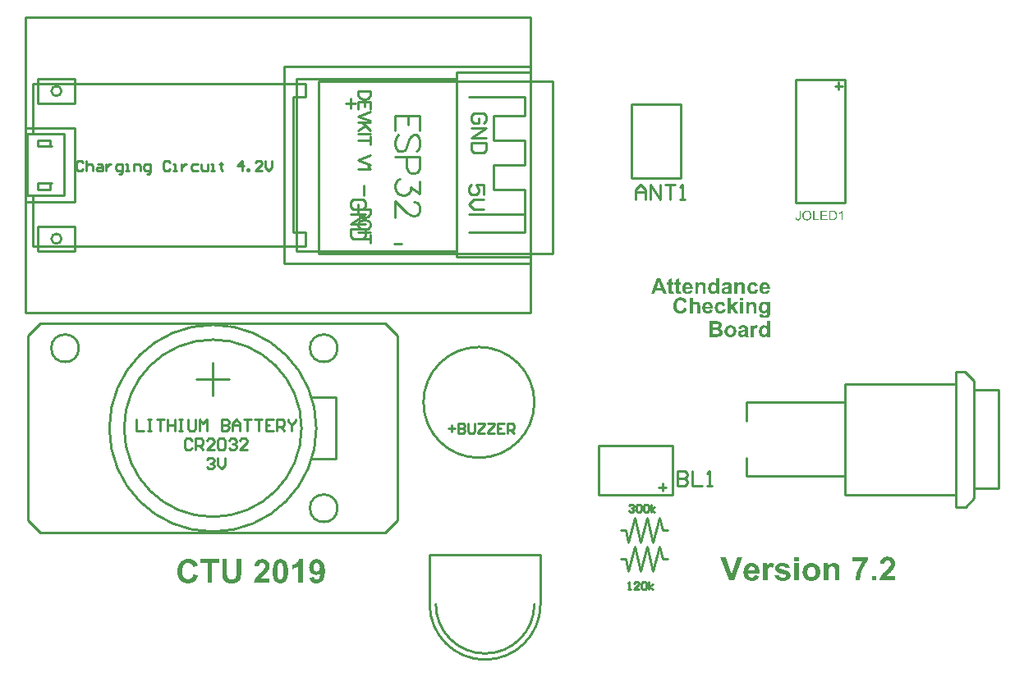
<source format=gbr>
%TF.GenerationSoftware,Altium Limited,Altium Designer,18.1.6 (161)*%
G04 Layer_Color=65535*
%FSLAX44Y44*%
%MOMM*%
%TF.FileFunction,Legend,Top*%
%TF.Part,Single*%
G01*
G75*
%TA.AperFunction,NonConductor*%
%ADD21C,0.2540*%
G36*
X1003488Y924746D02*
X1000599D01*
Y926461D01*
X1000575Y926414D01*
X1000481Y926296D01*
X1000316Y926108D01*
X1000105Y925897D01*
X999870Y925662D01*
X999565Y925404D01*
X999236Y925169D01*
X998883Y924957D01*
X998836Y924934D01*
X998719Y924887D01*
X998507Y924816D01*
X998272Y924722D01*
X997967Y924628D01*
X997615Y924558D01*
X997262Y924511D01*
X996886Y924487D01*
X996698D01*
X996557Y924511D01*
X996369Y924534D01*
X996181Y924581D01*
X995946Y924628D01*
X995688Y924699D01*
X995430Y924769D01*
X995148Y924887D01*
X994866Y925004D01*
X994560Y925169D01*
X994278Y925357D01*
X993973Y925568D01*
X993691Y925827D01*
X993409Y926108D01*
X993385Y926132D01*
X993338Y926179D01*
X993268Y926273D01*
X993197Y926414D01*
X993080Y926578D01*
X992963Y926790D01*
X992822Y927025D01*
X992704Y927307D01*
X992563Y927612D01*
X992422Y927941D01*
X992305Y928317D01*
X992211Y928717D01*
X992117Y929163D01*
X992046Y929633D01*
X991999Y930126D01*
X991976Y930667D01*
Y930690D01*
Y930807D01*
Y930948D01*
X991999Y931160D01*
X992023Y931418D01*
X992046Y931700D01*
X992093Y932029D01*
X992140Y932358D01*
X992305Y933110D01*
X992422Y933486D01*
X992563Y933862D01*
X992728Y934238D01*
X992916Y934590D01*
X993127Y934919D01*
X993362Y935225D01*
X993385Y935248D01*
X993432Y935295D01*
X993503Y935366D01*
X993620Y935483D01*
X993761Y935601D01*
X993926Y935718D01*
X994114Y935859D01*
X994349Y936023D01*
X994584Y936164D01*
X994866Y936305D01*
X995453Y936564D01*
X995806Y936658D01*
X996158Y936728D01*
X996534Y936775D01*
X996933Y936799D01*
X997121D01*
X997262Y936775D01*
X997427Y936752D01*
X997638Y936705D01*
X997850Y936658D01*
X998108Y936587D01*
X998366Y936517D01*
X998648Y936399D01*
X998930Y936258D01*
X999212Y936117D01*
X999518Y935906D01*
X999800Y935695D01*
X1000082Y935436D01*
X1000363Y935154D01*
Y941004D01*
X1003488D01*
Y924746D01*
D02*
G37*
G36*
X1026302Y936775D02*
X1026560Y936752D01*
X1026842Y936705D01*
X1027148Y936634D01*
X1027477Y936540D01*
X1027806Y936423D01*
X1027853Y936399D01*
X1027947Y936352D01*
X1028111Y936282D01*
X1028299Y936164D01*
X1028511Y936023D01*
X1028722Y935859D01*
X1028933Y935671D01*
X1029121Y935460D01*
X1029145Y935436D01*
X1029192Y935366D01*
X1029262Y935248D01*
X1029356Y935084D01*
X1029474Y934896D01*
X1029568Y934661D01*
X1029662Y934426D01*
X1029732Y934144D01*
Y934120D01*
X1029756Y934003D01*
X1029803Y933838D01*
X1029826Y933603D01*
X1029873Y933322D01*
X1029897Y932946D01*
X1029920Y932546D01*
Y932053D01*
Y924746D01*
X1026795D01*
Y930737D01*
Y930760D01*
Y930831D01*
Y930925D01*
Y931042D01*
Y931207D01*
Y931371D01*
X1026772Y931771D01*
X1026748Y932170D01*
X1026701Y932593D01*
X1026654Y932946D01*
X1026631Y933086D01*
X1026584Y933204D01*
Y933227D01*
X1026537Y933298D01*
X1026490Y933392D01*
X1026420Y933533D01*
X1026208Y933815D01*
X1026090Y933956D01*
X1025926Y934073D01*
X1025903Y934097D01*
X1025856Y934120D01*
X1025762Y934167D01*
X1025621Y934238D01*
X1025456Y934308D01*
X1025292Y934355D01*
X1025080Y934379D01*
X1024845Y934402D01*
X1024704D01*
X1024563Y934379D01*
X1024375Y934355D01*
X1024140Y934285D01*
X1023905Y934214D01*
X1023647Y934097D01*
X1023389Y933956D01*
X1023365Y933932D01*
X1023295Y933885D01*
X1023177Y933768D01*
X1023036Y933650D01*
X1022895Y933462D01*
X1022754Y933275D01*
X1022613Y933016D01*
X1022519Y932758D01*
Y932734D01*
X1022472Y932617D01*
X1022449Y932429D01*
X1022402Y932147D01*
X1022378Y931982D01*
X1022355Y931771D01*
X1022331Y931559D01*
Y931301D01*
X1022308Y931042D01*
X1022284Y930737D01*
Y930408D01*
Y930056D01*
Y924746D01*
X1019159D01*
Y936540D01*
X1022049D01*
Y934802D01*
X1022073Y934825D01*
X1022120Y934896D01*
X1022214Y934990D01*
X1022331Y935107D01*
X1022472Y935272D01*
X1022660Y935436D01*
X1022872Y935624D01*
X1023107Y935812D01*
X1023365Y935976D01*
X1023671Y936164D01*
X1023976Y936329D01*
X1024328Y936493D01*
X1024704Y936611D01*
X1025080Y936705D01*
X1025503Y936775D01*
X1025926Y936799D01*
X1026090D01*
X1026302Y936775D01*
D02*
G37*
G36*
X985891D02*
X986149Y936752D01*
X986431Y936705D01*
X986736Y936634D01*
X987065Y936540D01*
X987394Y936423D01*
X987441Y936399D01*
X987535Y936352D01*
X987700Y936282D01*
X987888Y936164D01*
X988099Y936023D01*
X988311Y935859D01*
X988522Y935671D01*
X988710Y935460D01*
X988734Y935436D01*
X988781Y935366D01*
X988851Y935248D01*
X988945Y935084D01*
X989062Y934896D01*
X989156Y934661D01*
X989250Y934426D01*
X989321Y934144D01*
Y934120D01*
X989344Y934003D01*
X989391Y933838D01*
X989415Y933603D01*
X989462Y933322D01*
X989485Y932946D01*
X989509Y932546D01*
Y932053D01*
Y924746D01*
X986384D01*
Y930737D01*
Y930760D01*
Y930831D01*
Y930925D01*
Y931042D01*
Y931207D01*
Y931371D01*
X986360Y931771D01*
X986337Y932170D01*
X986290Y932593D01*
X986243Y932946D01*
X986219Y933086D01*
X986172Y933204D01*
Y933227D01*
X986125Y933298D01*
X986078Y933392D01*
X986008Y933533D01*
X985797Y933815D01*
X985679Y933956D01*
X985515Y934073D01*
X985491Y934097D01*
X985444Y934120D01*
X985350Y934167D01*
X985209Y934238D01*
X985045Y934308D01*
X984880Y934355D01*
X984669Y934379D01*
X984434Y934402D01*
X984293D01*
X984152Y934379D01*
X983964Y934355D01*
X983729Y934285D01*
X983494Y934214D01*
X983236Y934097D01*
X982977Y933956D01*
X982954Y933932D01*
X982883Y933885D01*
X982766Y933768D01*
X982625Y933650D01*
X982484Y933462D01*
X982343Y933275D01*
X982202Y933016D01*
X982108Y932758D01*
Y932734D01*
X982061Y932617D01*
X982037Y932429D01*
X981990Y932147D01*
X981967Y931982D01*
X981943Y931771D01*
X981920Y931559D01*
Y931301D01*
X981896Y931042D01*
X981873Y930737D01*
Y930408D01*
Y930056D01*
Y924746D01*
X978748D01*
Y936540D01*
X981638D01*
Y934802D01*
X981662Y934825D01*
X981709Y934896D01*
X981803Y934990D01*
X981920Y935107D01*
X982061Y935272D01*
X982249Y935436D01*
X982460Y935624D01*
X982695Y935812D01*
X982954Y935976D01*
X983259Y936164D01*
X983565Y936329D01*
X983917Y936493D01*
X984293Y936611D01*
X984669Y936705D01*
X985092Y936775D01*
X985515Y936799D01*
X985679D01*
X985891Y936775D01*
D02*
G37*
G36*
X1038425D02*
X1038613D01*
X1038825Y936752D01*
X1039060Y936728D01*
X1039318Y936681D01*
X1039859Y936564D01*
X1040423Y936399D01*
X1040986Y936164D01*
X1041503Y935859D01*
X1041527D01*
X1041550Y935812D01*
X1041621Y935765D01*
X1041715Y935695D01*
X1041926Y935483D01*
X1042208Y935178D01*
X1042514Y934778D01*
X1042819Y934308D01*
X1043101Y933744D01*
X1043336Y933086D01*
X1040258Y932523D01*
Y932570D01*
X1040235Y932664D01*
X1040188Y932828D01*
X1040117Y933039D01*
X1040000Y933251D01*
X1039882Y933486D01*
X1039718Y933697D01*
X1039530Y933885D01*
X1039506Y933909D01*
X1039436Y933956D01*
X1039318Y934026D01*
X1039154Y934120D01*
X1038942Y934214D01*
X1038707Y934285D01*
X1038425Y934332D01*
X1038120Y934355D01*
X1038073D01*
X1037932Y934332D01*
X1037721Y934308D01*
X1037439Y934261D01*
X1037157Y934144D01*
X1036851Y934003D01*
X1036546Y933815D01*
X1036264Y933533D01*
X1036240Y933486D01*
X1036170Y933369D01*
X1036052Y933180D01*
X1035935Y932899D01*
X1035794Y932523D01*
X1035747Y932311D01*
X1035700Y932076D01*
X1035653Y931794D01*
X1035606Y931512D01*
X1035583Y931183D01*
Y930854D01*
Y930831D01*
Y930760D01*
Y930643D01*
X1035606Y930502D01*
Y930338D01*
X1035630Y930150D01*
X1035676Y929680D01*
X1035747Y929186D01*
X1035888Y928693D01*
X1036052Y928247D01*
X1036170Y928059D01*
X1036287Y927871D01*
X1036311Y927824D01*
X1036428Y927730D01*
X1036569Y927612D01*
X1036781Y927448D01*
X1037063Y927283D01*
X1037368Y927166D01*
X1037744Y927072D01*
X1038167Y927025D01*
X1038308D01*
X1038472Y927048D01*
X1038684Y927095D01*
X1038919Y927142D01*
X1039154Y927236D01*
X1039389Y927354D01*
X1039624Y927518D01*
X1039647Y927542D01*
X1039718Y927612D01*
X1039812Y927730D01*
X1039953Y927918D01*
X1040094Y928153D01*
X1040211Y928458D01*
X1040352Y928834D01*
X1040446Y929257D01*
X1043500Y928740D01*
Y928717D01*
X1043477Y928646D01*
X1043453Y928529D01*
X1043406Y928388D01*
X1043336Y928223D01*
X1043265Y928012D01*
X1043077Y927542D01*
X1042842Y927025D01*
X1042514Y926508D01*
X1042114Y925991D01*
X1041879Y925756D01*
X1041644Y925545D01*
X1041621D01*
X1041574Y925498D01*
X1041503Y925451D01*
X1041409Y925380D01*
X1041268Y925310D01*
X1041104Y925216D01*
X1040916Y925122D01*
X1040681Y925028D01*
X1040446Y924910D01*
X1040164Y924816D01*
X1039882Y924722D01*
X1039553Y924652D01*
X1039201Y924581D01*
X1038825Y924534D01*
X1038449Y924511D01*
X1038026Y924487D01*
X1037767D01*
X1037603Y924511D01*
X1037392Y924534D01*
X1037133Y924581D01*
X1036851Y924628D01*
X1036546Y924699D01*
X1036217Y924769D01*
X1035888Y924887D01*
X1035536Y925004D01*
X1035207Y925169D01*
X1034854Y925357D01*
X1034525Y925568D01*
X1034220Y925827D01*
X1033914Y926108D01*
X1033891Y926132D01*
X1033844Y926179D01*
X1033773Y926273D01*
X1033679Y926414D01*
X1033562Y926578D01*
X1033421Y926766D01*
X1033304Y927001D01*
X1033163Y927283D01*
X1032998Y927589D01*
X1032881Y927918D01*
X1032740Y928294D01*
X1032622Y928693D01*
X1032528Y929139D01*
X1032458Y929586D01*
X1032411Y930103D01*
X1032387Y930620D01*
Y930643D01*
Y930737D01*
Y930901D01*
X1032411Y931089D01*
X1032434Y931348D01*
X1032458Y931630D01*
X1032505Y931935D01*
X1032575Y932288D01*
X1032763Y933016D01*
X1032881Y933392D01*
X1033022Y933768D01*
X1033210Y934144D01*
X1033421Y934496D01*
X1033656Y934825D01*
X1033914Y935154D01*
X1033938Y935178D01*
X1033985Y935225D01*
X1034079Y935295D01*
X1034196Y935413D01*
X1034361Y935530D01*
X1034549Y935671D01*
X1034760Y935835D01*
X1035019Y935976D01*
X1035301Y936141D01*
X1035606Y936282D01*
X1035958Y936423D01*
X1036334Y936540D01*
X1036710Y936658D01*
X1037157Y936728D01*
X1037603Y936775D01*
X1038073Y936799D01*
X1038284D01*
X1038425Y936775D01*
D02*
G37*
G36*
X1011665D02*
X1011853D01*
X1012322Y936728D01*
X1012816Y936681D01*
X1013333Y936587D01*
X1013826Y936446D01*
X1014038Y936376D01*
X1014249Y936282D01*
X1014273D01*
X1014296Y936258D01*
X1014414Y936188D01*
X1014602Y936094D01*
X1014813Y935953D01*
X1015071Y935765D01*
X1015306Y935554D01*
X1015518Y935295D01*
X1015706Y935037D01*
X1015729Y934990D01*
X1015776Y934896D01*
X1015847Y934684D01*
X1015870Y934567D01*
X1015917Y934402D01*
X1015964Y934238D01*
X1015988Y934026D01*
X1016035Y933791D01*
X1016058Y933533D01*
X1016082Y933251D01*
X1016105Y932946D01*
X1016129Y932617D01*
Y932241D01*
X1016082Y928599D01*
Y928576D01*
Y928529D01*
Y928458D01*
Y928341D01*
Y928059D01*
X1016105Y927730D01*
Y927354D01*
X1016152Y926978D01*
X1016176Y926602D01*
X1016223Y926296D01*
Y926273D01*
X1016246Y926179D01*
X1016293Y926014D01*
X1016340Y925827D01*
X1016434Y925592D01*
X1016528Y925333D01*
X1016646Y925051D01*
X1016786Y924746D01*
X1013709D01*
Y924769D01*
X1013685Y924793D01*
X1013662Y924887D01*
X1013615Y924981D01*
X1013568Y925098D01*
X1013521Y925263D01*
X1013474Y925451D01*
X1013403Y925662D01*
Y925686D01*
X1013380Y925709D01*
X1013356Y925803D01*
X1013309Y925921D01*
X1013286Y926014D01*
X1013239Y925991D01*
X1013145Y925897D01*
X1012980Y925756D01*
X1012769Y925592D01*
X1012510Y925404D01*
X1012228Y925192D01*
X1011900Y925028D01*
X1011571Y924863D01*
X1011524Y924840D01*
X1011406Y924816D01*
X1011218Y924746D01*
X1010983Y924675D01*
X1010701Y924605D01*
X1010372Y924558D01*
X1009996Y924511D01*
X1009621Y924487D01*
X1009456D01*
X1009315Y924511D01*
X1009174D01*
X1008986Y924534D01*
X1008587Y924605D01*
X1008117Y924722D01*
X1007647Y924887D01*
X1007177Y925122D01*
X1006754Y925451D01*
Y925474D01*
X1006707Y925498D01*
X1006590Y925639D01*
X1006425Y925850D01*
X1006237Y926132D01*
X1006049Y926484D01*
X1005885Y926907D01*
X1005767Y927401D01*
X1005744Y927659D01*
X1005720Y927941D01*
Y927988D01*
Y928106D01*
X1005744Y928294D01*
X1005791Y928529D01*
X1005838Y928810D01*
X1005908Y929092D01*
X1006026Y929398D01*
X1006190Y929703D01*
X1006214Y929750D01*
X1006284Y929844D01*
X1006378Y929985D01*
X1006543Y930150D01*
X1006707Y930338D01*
X1006942Y930549D01*
X1007201Y930737D01*
X1007506Y930901D01*
X1007553Y930925D01*
X1007671Y930972D01*
X1007858Y931042D01*
X1008140Y931160D01*
X1008493Y931277D01*
X1008916Y931395D01*
X1009433Y931512D01*
X1009996Y931630D01*
X1010020D01*
X1010090Y931653D01*
X1010208Y931677D01*
X1010349Y931700D01*
X1010537Y931724D01*
X1010748Y931771D01*
X1011218Y931888D01*
X1011712Y932006D01*
X1012228Y932123D01*
X1012675Y932264D01*
X1012886Y932335D01*
X1013051Y932405D01*
Y932711D01*
Y932758D01*
Y932852D01*
X1013027Y933016D01*
X1013004Y933227D01*
X1012933Y933439D01*
X1012863Y933650D01*
X1012745Y933838D01*
X1012581Y934003D01*
X1012557Y934026D01*
X1012487Y934073D01*
X1012370Y934120D01*
X1012205Y934214D01*
X1011970Y934285D01*
X1011688Y934332D01*
X1011336Y934379D01*
X1010913Y934402D01*
X1010772D01*
X1010631Y934379D01*
X1010443Y934355D01*
X1010231Y934308D01*
X1009996Y934261D01*
X1009785Y934167D01*
X1009597Y934050D01*
X1009574Y934026D01*
X1009527Y933979D01*
X1009433Y933909D01*
X1009339Y933791D01*
X1009198Y933627D01*
X1009080Y933416D01*
X1008963Y933180D01*
X1008845Y932899D01*
X1006049Y933416D01*
Y933439D01*
X1006073Y933486D01*
X1006096Y933580D01*
X1006143Y933697D01*
X1006190Y933838D01*
X1006261Y934003D01*
X1006425Y934379D01*
X1006660Y934778D01*
X1006942Y935201D01*
X1007271Y935601D01*
X1007671Y935953D01*
X1007694D01*
X1007717Y936000D01*
X1007788Y936023D01*
X1007882Y936094D01*
X1008023Y936141D01*
X1008164Y936211D01*
X1008352Y936305D01*
X1008540Y936376D01*
X1008775Y936446D01*
X1009033Y936540D01*
X1009315Y936611D01*
X1009644Y936658D01*
X1009973Y936728D01*
X1010349Y936752D01*
X1010725Y936799D01*
X1011500D01*
X1011665Y936775D01*
D02*
G37*
G36*
X949285Y924746D02*
X945738D01*
X944328Y928435D01*
X937796D01*
X936457Y924746D01*
X932980D01*
X939277Y941004D01*
X942754D01*
X949285Y924746D01*
D02*
G37*
G36*
X1050643Y936775D02*
X1050854Y936752D01*
X1051113Y936705D01*
X1051395Y936658D01*
X1051700Y936587D01*
X1052029Y936493D01*
X1052358Y936376D01*
X1052710Y936235D01*
X1053063Y936047D01*
X1053392Y935859D01*
X1053721Y935624D01*
X1054050Y935342D01*
X1054332Y935037D01*
X1054355Y935013D01*
X1054402Y934966D01*
X1054473Y934849D01*
X1054566Y934708D01*
X1054684Y934520D01*
X1054801Y934308D01*
X1054942Y934026D01*
X1055083Y933721D01*
X1055224Y933369D01*
X1055365Y932969D01*
X1055483Y932546D01*
X1055600Y932053D01*
X1055694Y931536D01*
X1055765Y930972D01*
X1055812Y930385D01*
Y929727D01*
X1048011D01*
Y929703D01*
Y929656D01*
Y929586D01*
X1048035Y929492D01*
X1048058Y929257D01*
X1048105Y928928D01*
X1048199Y928599D01*
X1048340Y928223D01*
X1048505Y927871D01*
X1048740Y927565D01*
X1048763Y927542D01*
X1048881Y927448D01*
X1049022Y927330D01*
X1049233Y927189D01*
X1049492Y927048D01*
X1049820Y926931D01*
X1050173Y926837D01*
X1050549Y926813D01*
X1050666D01*
X1050807Y926837D01*
X1050972Y926860D01*
X1051160Y926907D01*
X1051371Y926978D01*
X1051583Y927072D01*
X1051771Y927213D01*
X1051794Y927236D01*
X1051864Y927283D01*
X1051958Y927377D01*
X1052053Y927518D01*
X1052194Y927706D01*
X1052311Y927918D01*
X1052428Y928200D01*
X1052546Y928505D01*
X1055647Y927988D01*
Y927965D01*
X1055624Y927918D01*
X1055577Y927824D01*
X1055530Y927706D01*
X1055459Y927565D01*
X1055389Y927401D01*
X1055177Y927025D01*
X1054919Y926602D01*
X1054590Y926155D01*
X1054191Y925756D01*
X1053744Y925380D01*
X1053721D01*
X1053697Y925333D01*
X1053603Y925310D01*
X1053509Y925239D01*
X1053392Y925169D01*
X1053227Y925098D01*
X1053063Y925028D01*
X1052851Y924934D01*
X1052381Y924769D01*
X1051841Y924628D01*
X1051207Y924534D01*
X1050525Y924487D01*
X1050384D01*
X1050243Y924511D01*
X1050032D01*
X1049773Y924558D01*
X1049468Y924605D01*
X1049139Y924652D01*
X1048810Y924746D01*
X1048434Y924840D01*
X1048058Y924981D01*
X1047682Y925145D01*
X1047307Y925333D01*
X1046931Y925568D01*
X1046578Y925827D01*
X1046273Y926132D01*
X1045967Y926484D01*
X1045944Y926508D01*
X1045920Y926555D01*
X1045873Y926649D01*
X1045779Y926766D01*
X1045709Y926931D01*
X1045615Y927119D01*
X1045497Y927330D01*
X1045403Y927589D01*
X1045286Y927871D01*
X1045192Y928176D01*
X1045074Y928505D01*
X1045004Y928881D01*
X1044933Y929257D01*
X1044863Y929656D01*
X1044839Y930103D01*
X1044816Y930549D01*
Y930573D01*
Y930667D01*
Y930831D01*
X1044839Y931042D01*
X1044863Y931277D01*
X1044886Y931559D01*
X1044933Y931865D01*
X1045004Y932217D01*
X1045192Y932946D01*
X1045309Y933322D01*
X1045450Y933721D01*
X1045638Y934097D01*
X1045850Y934449D01*
X1046085Y934802D01*
X1046343Y935131D01*
X1046367Y935154D01*
X1046414Y935201D01*
X1046508Y935295D01*
X1046625Y935389D01*
X1046766Y935507D01*
X1046954Y935648D01*
X1047166Y935812D01*
X1047401Y935976D01*
X1047659Y936117D01*
X1047964Y936282D01*
X1048270Y936423D01*
X1048622Y936540D01*
X1048975Y936634D01*
X1049374Y936728D01*
X1049773Y936775D01*
X1050196Y936799D01*
X1050455D01*
X1050643Y936775D01*
D02*
G37*
G36*
X971065D02*
X971277Y936752D01*
X971535Y936705D01*
X971817Y936658D01*
X972122Y936587D01*
X972451Y936493D01*
X972780Y936376D01*
X973133Y936235D01*
X973485Y936047D01*
X973814Y935859D01*
X974143Y935624D01*
X974472Y935342D01*
X974754Y935037D01*
X974778Y935013D01*
X974824Y934966D01*
X974895Y934849D01*
X974989Y934708D01*
X975106Y934520D01*
X975224Y934308D01*
X975365Y934026D01*
X975506Y933721D01*
X975647Y933369D01*
X975788Y932969D01*
X975905Y932546D01*
X976023Y932053D01*
X976117Y931536D01*
X976187Y930972D01*
X976234Y930385D01*
Y929727D01*
X968434D01*
Y929703D01*
Y929656D01*
Y929586D01*
X968457Y929492D01*
X968481Y929257D01*
X968528Y928928D01*
X968622Y928599D01*
X968763Y928223D01*
X968927Y927871D01*
X969162Y927565D01*
X969186Y927542D01*
X969303Y927448D01*
X969444Y927330D01*
X969656Y927189D01*
X969914Y927048D01*
X970243Y926931D01*
X970595Y926837D01*
X970971Y926813D01*
X971089D01*
X971230Y926837D01*
X971394Y926860D01*
X971582Y926907D01*
X971794Y926978D01*
X972005Y927072D01*
X972193Y927213D01*
X972216Y927236D01*
X972287Y927283D01*
X972381Y927377D01*
X972475Y927518D01*
X972616Y927706D01*
X972733Y927918D01*
X972851Y928200D01*
X972968Y928505D01*
X976070Y927988D01*
Y927965D01*
X976046Y927918D01*
X975999Y927824D01*
X975952Y927706D01*
X975882Y927565D01*
X975811Y927401D01*
X975600Y927025D01*
X975341Y926602D01*
X975012Y926155D01*
X974613Y925756D01*
X974167Y925380D01*
X974143D01*
X974120Y925333D01*
X974026Y925310D01*
X973932Y925239D01*
X973814Y925169D01*
X973650Y925098D01*
X973485Y925028D01*
X973274Y924934D01*
X972804Y924769D01*
X972263Y924628D01*
X971629Y924534D01*
X970948Y924487D01*
X970807D01*
X970666Y924511D01*
X970454D01*
X970196Y924558D01*
X969891Y924605D01*
X969562Y924652D01*
X969233Y924746D01*
X968857Y924840D01*
X968481Y924981D01*
X968105Y925145D01*
X967729Y925333D01*
X967353Y925568D01*
X967001Y925827D01*
X966695Y926132D01*
X966390Y926484D01*
X966366Y926508D01*
X966343Y926555D01*
X966296Y926649D01*
X966202Y926766D01*
X966131Y926931D01*
X966037Y927119D01*
X965920Y927330D01*
X965826Y927589D01*
X965708Y927871D01*
X965614Y928176D01*
X965497Y928505D01*
X965426Y928881D01*
X965356Y929257D01*
X965285Y929656D01*
X965262Y930103D01*
X965238Y930549D01*
Y930573D01*
Y930667D01*
Y930831D01*
X965262Y931042D01*
X965285Y931277D01*
X965309Y931559D01*
X965356Y931865D01*
X965426Y932217D01*
X965614Y932946D01*
X965732Y933322D01*
X965873Y933721D01*
X966061Y934097D01*
X966272Y934449D01*
X966507Y934802D01*
X966766Y935131D01*
X966789Y935154D01*
X966836Y935201D01*
X966930Y935295D01*
X967048Y935389D01*
X967189Y935507D01*
X967376Y935648D01*
X967588Y935812D01*
X967823Y935976D01*
X968081Y936117D01*
X968387Y936282D01*
X968692Y936423D01*
X969045Y936540D01*
X969397Y936634D01*
X969797Y936728D01*
X970196Y936775D01*
X970619Y936799D01*
X970877D01*
X971065Y936775D01*
D02*
G37*
G36*
X961855Y936540D02*
X963993D01*
Y934050D01*
X961855D01*
Y929280D01*
Y929257D01*
Y929210D01*
Y929139D01*
Y929045D01*
Y928810D01*
Y928529D01*
X961879Y928247D01*
Y927965D01*
Y927753D01*
X961902Y927659D01*
Y927612D01*
X961926Y927565D01*
X961973Y927471D01*
X962043Y927354D01*
X962184Y927213D01*
X962231Y927189D01*
X962325Y927142D01*
X962490Y927095D01*
X962701Y927072D01*
X962795D01*
X962889Y927095D01*
X963030Y927119D01*
X963218Y927142D01*
X963429Y927189D01*
X963688Y927260D01*
X963970Y927354D01*
X964252Y924934D01*
X964228D01*
X964205Y924910D01*
X964064Y924863D01*
X963829Y924793D01*
X963523Y924722D01*
X963171Y924628D01*
X962748Y924558D01*
X962278Y924511D01*
X961785Y924487D01*
X961644D01*
X961479Y924511D01*
X961268Y924534D01*
X961033Y924558D01*
X960774Y924605D01*
X960516Y924675D01*
X960257Y924769D01*
X960234Y924793D01*
X960140Y924816D01*
X960023Y924887D01*
X959882Y924957D01*
X959553Y925192D01*
X959388Y925333D01*
X959247Y925498D01*
X959224Y925521D01*
X959200Y925592D01*
X959153Y925686D01*
X959083Y925827D01*
X959012Y925991D01*
X958942Y926202D01*
X958871Y926437D01*
X958824Y926696D01*
Y926719D01*
X958801Y926813D01*
Y926954D01*
X958777Y927189D01*
X958754Y927495D01*
Y927871D01*
X958730Y928082D01*
Y928341D01*
Y928599D01*
Y928904D01*
Y934050D01*
X957297D01*
Y936540D01*
X958730D01*
Y938890D01*
X961855Y940722D01*
Y936540D01*
D02*
G37*
G36*
X954290D02*
X956428D01*
Y934050D01*
X954290D01*
Y929280D01*
Y929257D01*
Y929210D01*
Y929139D01*
Y929045D01*
Y928810D01*
Y928529D01*
X954313Y928247D01*
Y927965D01*
Y927753D01*
X954337Y927659D01*
Y927612D01*
X954360Y927565D01*
X954407Y927471D01*
X954478Y927354D01*
X954619Y927213D01*
X954666Y927189D01*
X954760Y927142D01*
X954924Y927095D01*
X955136Y927072D01*
X955230D01*
X955324Y927095D01*
X955465Y927119D01*
X955652Y927142D01*
X955864Y927189D01*
X956122Y927260D01*
X956404Y927354D01*
X956686Y924934D01*
X956663D01*
X956639Y924910D01*
X956498Y924863D01*
X956263Y924793D01*
X955958Y924722D01*
X955605Y924628D01*
X955183Y924558D01*
X954713Y924511D01*
X954219Y924487D01*
X954078D01*
X953914Y924511D01*
X953702Y924534D01*
X953467Y924558D01*
X953209Y924605D01*
X952951Y924675D01*
X952692Y924769D01*
X952669Y924793D01*
X952575Y924816D01*
X952457Y924887D01*
X952316Y924957D01*
X951987Y925192D01*
X951823Y925333D01*
X951682Y925498D01*
X951658Y925521D01*
X951635Y925592D01*
X951588Y925686D01*
X951517Y925827D01*
X951447Y925991D01*
X951376Y926202D01*
X951306Y926437D01*
X951259Y926696D01*
Y926719D01*
X951236Y926813D01*
Y926954D01*
X951212Y927189D01*
X951189Y927495D01*
Y927871D01*
X951165Y928082D01*
Y928341D01*
Y928599D01*
Y928904D01*
Y934050D01*
X949732D01*
Y936540D01*
X951165D01*
Y938890D01*
X954290Y940722D01*
Y936540D01*
D02*
G37*
G36*
X1027923Y918040D02*
X1024798D01*
Y920930D01*
X1027923D01*
Y918040D01*
D02*
G37*
G36*
X964134Y921212D02*
X964393Y921189D01*
X964675Y921142D01*
X965004Y921095D01*
X965356Y921024D01*
X965732Y920930D01*
X966131Y920813D01*
X966531Y920672D01*
X966954Y920484D01*
X967353Y920296D01*
X967729Y920061D01*
X968128Y919779D01*
X968481Y919473D01*
X968504D01*
X968528Y919426D01*
X968598Y919356D01*
X968669Y919286D01*
X968763Y919168D01*
X968857Y919027D01*
X969115Y918698D01*
X969374Y918275D01*
X969656Y917758D01*
X969914Y917171D01*
X970149Y916490D01*
X966907Y915714D01*
Y915738D01*
X966883Y915761D01*
Y915832D01*
X966836Y915926D01*
X966766Y916137D01*
X966648Y916419D01*
X966484Y916748D01*
X966272Y917077D01*
X965990Y917406D01*
X965685Y917688D01*
X965638Y917711D01*
X965520Y917805D01*
X965332Y917923D01*
X965074Y918064D01*
X964745Y918205D01*
X964369Y918322D01*
X963946Y918416D01*
X963476Y918440D01*
X963312D01*
X963171Y918416D01*
X963030Y918393D01*
X962842Y918369D01*
X962443Y918275D01*
X961973Y918111D01*
X961479Y917876D01*
X961221Y917735D01*
X960986Y917570D01*
X960751Y917359D01*
X960539Y917124D01*
Y917101D01*
X960492Y917054D01*
X960445Y916983D01*
X960375Y916866D01*
X960281Y916725D01*
X960187Y916560D01*
X960093Y916349D01*
X959999Y916114D01*
X959882Y915832D01*
X959788Y915526D01*
X959694Y915174D01*
X959600Y914798D01*
X959529Y914375D01*
X959482Y913929D01*
X959459Y913435D01*
X959435Y912895D01*
Y912871D01*
Y912754D01*
Y912589D01*
X959459Y912402D01*
Y912143D01*
X959506Y911838D01*
X959529Y911532D01*
X959576Y911180D01*
X959717Y910451D01*
X959905Y909723D01*
X960023Y909371D01*
X960187Y909042D01*
X960351Y908736D01*
X960539Y908478D01*
X960563Y908454D01*
X960586Y908431D01*
X960657Y908360D01*
X960751Y908266D01*
X960986Y908078D01*
X961315Y907843D01*
X961714Y907585D01*
X962208Y907397D01*
X962772Y907233D01*
X963077Y907209D01*
X963406Y907186D01*
X963523D01*
X963617Y907209D01*
X963876Y907233D01*
X964181Y907280D01*
X964510Y907397D01*
X964886Y907538D01*
X965262Y907726D01*
X965638Y908008D01*
X965685Y908055D01*
X965802Y908172D01*
X965967Y908360D01*
X966155Y908642D01*
X966390Y909018D01*
X966601Y909465D01*
X966813Y910005D01*
X967001Y910639D01*
X970196Y909653D01*
Y909629D01*
X970172Y909535D01*
X970125Y909394D01*
X970055Y909206D01*
X969961Y908995D01*
X969867Y908736D01*
X969750Y908454D01*
X969609Y908149D01*
X969280Y907515D01*
X968857Y906857D01*
X968340Y906222D01*
X968058Y905940D01*
X967752Y905682D01*
X967729Y905658D01*
X967682Y905635D01*
X967588Y905564D01*
X967447Y905471D01*
X967282Y905377D01*
X967071Y905283D01*
X966836Y905165D01*
X966578Y905048D01*
X966272Y904907D01*
X965943Y904789D01*
X965591Y904695D01*
X965215Y904601D01*
X964816Y904507D01*
X964369Y904437D01*
X963923Y904413D01*
X963429Y904390D01*
X963288D01*
X963124Y904413D01*
X962889Y904437D01*
X962630Y904460D01*
X962302Y904507D01*
X961949Y904578D01*
X961550Y904672D01*
X961150Y904789D01*
X960727Y904930D01*
X960281Y905118D01*
X959835Y905330D01*
X959388Y905564D01*
X958942Y905870D01*
X958519Y906199D01*
X958120Y906598D01*
X958096Y906622D01*
X958026Y906692D01*
X957932Y906833D01*
X957791Y906998D01*
X957650Y907233D01*
X957462Y907491D01*
X957274Y907820D01*
X957086Y908196D01*
X956898Y908595D01*
X956710Y909042D01*
X956522Y909559D01*
X956381Y910099D01*
X956240Y910663D01*
X956146Y911297D01*
X956075Y911955D01*
X956052Y912660D01*
Y912683D01*
Y912707D01*
Y912848D01*
X956075Y913059D01*
Y913341D01*
X956122Y913670D01*
X956169Y914070D01*
X956216Y914493D01*
X956310Y914986D01*
X956428Y915479D01*
X956569Y915996D01*
X956733Y916513D01*
X956945Y917054D01*
X957180Y917570D01*
X957462Y918064D01*
X957767Y918534D01*
X958143Y918980D01*
X958167Y919004D01*
X958237Y919074D01*
X958354Y919192D01*
X958519Y919333D01*
X958730Y919497D01*
X958989Y919685D01*
X959271Y919896D01*
X959623Y920108D01*
X959999Y920319D01*
X960398Y920531D01*
X960868Y920719D01*
X961338Y920883D01*
X961879Y921024D01*
X962419Y921142D01*
X963030Y921212D01*
X963641Y921236D01*
X963923D01*
X964134Y921212D01*
D02*
G37*
G36*
X1038237Y916701D02*
X1038496Y916678D01*
X1038778Y916631D01*
X1039083Y916560D01*
X1039412Y916466D01*
X1039741Y916349D01*
X1039788Y916325D01*
X1039882Y916278D01*
X1040047Y916208D01*
X1040235Y916090D01*
X1040446Y915949D01*
X1040657Y915785D01*
X1040869Y915597D01*
X1041057Y915385D01*
X1041080Y915362D01*
X1041127Y915291D01*
X1041198Y915174D01*
X1041292Y915010D01*
X1041409Y914821D01*
X1041503Y914587D01*
X1041597Y914352D01*
X1041668Y914070D01*
Y914046D01*
X1041691Y913929D01*
X1041738Y913764D01*
X1041762Y913529D01*
X1041809Y913247D01*
X1041832Y912871D01*
X1041856Y912472D01*
Y911979D01*
Y904672D01*
X1038731D01*
Y910663D01*
Y910686D01*
Y910757D01*
Y910851D01*
Y910968D01*
Y911133D01*
Y911297D01*
X1038707Y911697D01*
X1038684Y912096D01*
X1038637Y912519D01*
X1038590Y912871D01*
X1038566Y913012D01*
X1038519Y913130D01*
Y913153D01*
X1038472Y913224D01*
X1038425Y913318D01*
X1038355Y913459D01*
X1038143Y913741D01*
X1038026Y913882D01*
X1037861Y913999D01*
X1037838Y914023D01*
X1037791Y914046D01*
X1037697Y914093D01*
X1037556Y914164D01*
X1037392Y914234D01*
X1037227Y914281D01*
X1037016Y914305D01*
X1036781Y914328D01*
X1036640D01*
X1036499Y914305D01*
X1036311Y914281D01*
X1036076Y914211D01*
X1035841Y914140D01*
X1035583Y914023D01*
X1035324Y913882D01*
X1035301Y913858D01*
X1035230Y913811D01*
X1035113Y913694D01*
X1034972Y913576D01*
X1034831Y913388D01*
X1034690Y913200D01*
X1034549Y912942D01*
X1034455Y912683D01*
Y912660D01*
X1034408Y912542D01*
X1034384Y912355D01*
X1034337Y912073D01*
X1034314Y911908D01*
X1034290Y911697D01*
X1034267Y911485D01*
Y911227D01*
X1034243Y910968D01*
X1034220Y910663D01*
Y910334D01*
Y909982D01*
Y904672D01*
X1031095D01*
Y916466D01*
X1033985D01*
Y914727D01*
X1034008Y914751D01*
X1034055Y914821D01*
X1034149Y914915D01*
X1034267Y915033D01*
X1034408Y915197D01*
X1034596Y915362D01*
X1034807Y915550D01*
X1035042Y915738D01*
X1035301Y915902D01*
X1035606Y916090D01*
X1035911Y916255D01*
X1036264Y916419D01*
X1036640Y916537D01*
X1037016Y916631D01*
X1037439Y916701D01*
X1037861Y916725D01*
X1038026D01*
X1038237Y916701D01*
D02*
G37*
G36*
X1004874D02*
X1005062D01*
X1005274Y916678D01*
X1005509Y916654D01*
X1005767Y916607D01*
X1006308Y916490D01*
X1006872Y916325D01*
X1007436Y916090D01*
X1007952Y915785D01*
X1007976D01*
X1007999Y915738D01*
X1008070Y915691D01*
X1008164Y915620D01*
X1008375Y915409D01*
X1008657Y915104D01*
X1008963Y914704D01*
X1009268Y914234D01*
X1009550Y913670D01*
X1009785Y913012D01*
X1006707Y912449D01*
Y912495D01*
X1006684Y912589D01*
X1006637Y912754D01*
X1006566Y912965D01*
X1006449Y913177D01*
X1006331Y913412D01*
X1006167Y913623D01*
X1005979Y913811D01*
X1005955Y913835D01*
X1005885Y913882D01*
X1005767Y913952D01*
X1005603Y914046D01*
X1005391Y914140D01*
X1005156Y914211D01*
X1004874Y914258D01*
X1004569Y914281D01*
X1004522D01*
X1004381Y914258D01*
X1004170Y914234D01*
X1003888Y914187D01*
X1003606Y914070D01*
X1003300Y913929D01*
X1002995Y913741D01*
X1002713Y913459D01*
X1002690Y913412D01*
X1002619Y913294D01*
X1002502Y913106D01*
X1002384Y912824D01*
X1002243Y912449D01*
X1002196Y912237D01*
X1002149Y912002D01*
X1002102Y911720D01*
X1002055Y911438D01*
X1002032Y911109D01*
Y910780D01*
Y910757D01*
Y910686D01*
Y910569D01*
X1002055Y910428D01*
Y910264D01*
X1002079Y910076D01*
X1002126Y909606D01*
X1002196Y909112D01*
X1002337Y908619D01*
X1002502Y908172D01*
X1002619Y907984D01*
X1002737Y907796D01*
X1002760Y907749D01*
X1002878Y907655D01*
X1003018Y907538D01*
X1003230Y907374D01*
X1003512Y907209D01*
X1003817Y907092D01*
X1004193Y906998D01*
X1004616Y906951D01*
X1004757D01*
X1004921Y906974D01*
X1005133Y907021D01*
X1005368Y907068D01*
X1005603Y907162D01*
X1005838Y907280D01*
X1006073Y907444D01*
X1006096Y907468D01*
X1006167Y907538D01*
X1006261Y907655D01*
X1006402Y907843D01*
X1006543Y908078D01*
X1006660Y908384D01*
X1006801Y908760D01*
X1006895Y909183D01*
X1009949Y908666D01*
Y908642D01*
X1009926Y908572D01*
X1009902Y908454D01*
X1009855Y908313D01*
X1009785Y908149D01*
X1009715Y907937D01*
X1009527Y907468D01*
X1009292Y906951D01*
X1008963Y906434D01*
X1008563Y905917D01*
X1008328Y905682D01*
X1008093Y905471D01*
X1008070D01*
X1008023Y905424D01*
X1007952Y905377D01*
X1007858Y905306D01*
X1007717Y905236D01*
X1007553Y905142D01*
X1007365Y905048D01*
X1007130Y904954D01*
X1006895Y904836D01*
X1006613Y904742D01*
X1006331Y904648D01*
X1006002Y904578D01*
X1005650Y904507D01*
X1005274Y904460D01*
X1004898Y904437D01*
X1004475Y904413D01*
X1004217D01*
X1004052Y904437D01*
X1003841Y904460D01*
X1003582Y904507D01*
X1003300Y904554D01*
X1002995Y904625D01*
X1002666Y904695D01*
X1002337Y904813D01*
X1001985Y904930D01*
X1001656Y905095D01*
X1001303Y905283D01*
X1000974Y905494D01*
X1000669Y905752D01*
X1000363Y906034D01*
X1000340Y906058D01*
X1000293Y906105D01*
X1000222Y906199D01*
X1000129Y906340D01*
X1000011Y906504D01*
X999870Y906692D01*
X999753Y906927D01*
X999612Y907209D01*
X999447Y907515D01*
X999330Y907843D01*
X999189Y908219D01*
X999071Y908619D01*
X998977Y909065D01*
X998907Y909512D01*
X998860Y910029D01*
X998836Y910545D01*
Y910569D01*
Y910663D01*
Y910827D01*
X998860Y911015D01*
X998883Y911274D01*
X998907Y911556D01*
X998954Y911861D01*
X999024Y912214D01*
X999212Y912942D01*
X999330Y913318D01*
X999471Y913694D01*
X999659Y914070D01*
X999870Y914422D01*
X1000105Y914751D01*
X1000363Y915080D01*
X1000387Y915104D01*
X1000434Y915150D01*
X1000528Y915221D01*
X1000645Y915338D01*
X1000810Y915456D01*
X1000998Y915597D01*
X1001209Y915761D01*
X1001468Y915902D01*
X1001750Y916067D01*
X1002055Y916208D01*
X1002408Y916349D01*
X1002784Y916466D01*
X1003159Y916584D01*
X1003606Y916654D01*
X1004052Y916701D01*
X1004522Y916725D01*
X1004734D01*
X1004874Y916701D01*
D02*
G37*
G36*
X1027923Y904672D02*
X1024798D01*
Y916466D01*
X1027923D01*
Y904672D01*
D02*
G37*
G36*
X1015189Y912308D02*
X1018831Y916466D01*
X1022660D01*
X1018619Y912143D01*
X1022942Y904672D01*
X1019582D01*
X1016599Y909958D01*
X1015189Y908431D01*
Y904672D01*
X1012064D01*
Y920930D01*
X1015189D01*
Y912308D01*
D02*
G37*
G36*
X976093Y914915D02*
X976117Y914939D01*
X976164Y914986D01*
X976258Y915080D01*
X976352Y915197D01*
X976516Y915338D01*
X976681Y915479D01*
X976892Y915644D01*
X977104Y915832D01*
X977362Y915996D01*
X977644Y916161D01*
X978255Y916443D01*
X978584Y916560D01*
X978936Y916654D01*
X979312Y916701D01*
X979688Y916725D01*
X979876D01*
X980087Y916701D01*
X980346Y916678D01*
X980651Y916631D01*
X980957Y916537D01*
X981309Y916443D01*
X981638Y916302D01*
X981685Y916278D01*
X981779Y916231D01*
X981943Y916137D01*
X982131Y916020D01*
X982343Y915879D01*
X982554Y915714D01*
X982766Y915503D01*
X982954Y915291D01*
X982977Y915268D01*
X983024Y915174D01*
X983095Y915057D01*
X983189Y914892D01*
X983306Y914680D01*
X983400Y914446D01*
X983494Y914187D01*
X983565Y913905D01*
Y913882D01*
X983588Y913764D01*
X983612Y913576D01*
X983659Y913341D01*
X983682Y913012D01*
X983706Y912613D01*
X983729Y912143D01*
Y911579D01*
Y904672D01*
X980604D01*
Y910874D01*
Y910898D01*
Y910945D01*
Y911039D01*
Y911180D01*
Y911321D01*
Y911485D01*
X980581Y911861D01*
X980557Y912261D01*
X980534Y912660D01*
X980487Y912989D01*
X980440Y913106D01*
X980416Y913224D01*
Y913247D01*
X980369Y913318D01*
X980322Y913388D01*
X980275Y913506D01*
X980064Y913764D01*
X979946Y913905D01*
X979782Y914023D01*
X979758Y914046D01*
X979711Y914070D01*
X979594Y914117D01*
X979476Y914187D01*
X979312Y914234D01*
X979124Y914281D01*
X978889Y914305D01*
X978654Y914328D01*
X978513D01*
X978372Y914305D01*
X978184Y914281D01*
X977973Y914234D01*
X977738Y914164D01*
X977503Y914070D01*
X977268Y913929D01*
X977244Y913905D01*
X977174Y913858D01*
X977057Y913764D01*
X976939Y913647D01*
X976775Y913482D01*
X976634Y913294D01*
X976493Y913059D01*
X976375Y912801D01*
Y912777D01*
X976328Y912660D01*
X976281Y912495D01*
X976234Y912237D01*
X976187Y911932D01*
X976140Y911532D01*
X976117Y911086D01*
X976093Y910569D01*
Y904672D01*
X972968D01*
Y920930D01*
X976093D01*
Y914915D01*
D02*
G37*
G36*
X991811Y916701D02*
X992023Y916678D01*
X992281Y916631D01*
X992563Y916584D01*
X992869Y916513D01*
X993197Y916419D01*
X993527Y916302D01*
X993879Y916161D01*
X994231Y915973D01*
X994560Y915785D01*
X994889Y915550D01*
X995218Y915268D01*
X995500Y914962D01*
X995524Y914939D01*
X995571Y914892D01*
X995641Y914774D01*
X995735Y914634D01*
X995853Y914446D01*
X995970Y914234D01*
X996111Y913952D01*
X996252Y913647D01*
X996393Y913294D01*
X996534Y912895D01*
X996651Y912472D01*
X996769Y911979D01*
X996863Y911462D01*
X996933Y910898D01*
X996980Y910311D01*
Y909653D01*
X989180D01*
Y909629D01*
Y909582D01*
Y909512D01*
X989203Y909418D01*
X989227Y909183D01*
X989274Y908854D01*
X989368Y908525D01*
X989509Y908149D01*
X989673Y907796D01*
X989908Y907491D01*
X989932Y907468D01*
X990049Y907374D01*
X990190Y907256D01*
X990402Y907115D01*
X990660Y906974D01*
X990989Y906857D01*
X991341Y906763D01*
X991717Y906739D01*
X991835D01*
X991976Y906763D01*
X992140Y906786D01*
X992328Y906833D01*
X992540Y906904D01*
X992751Y906998D01*
X992939Y907139D01*
X992963Y907162D01*
X993033Y907209D01*
X993127Y907303D01*
X993221Y907444D01*
X993362Y907632D01*
X993480Y907843D01*
X993597Y908125D01*
X993714Y908431D01*
X996816Y907914D01*
Y907890D01*
X996792Y907843D01*
X996745Y907749D01*
X996698Y907632D01*
X996628Y907491D01*
X996557Y907327D01*
X996346Y906951D01*
X996087Y906528D01*
X995759Y906081D01*
X995359Y905682D01*
X994913Y905306D01*
X994889D01*
X994866Y905259D01*
X994772Y905236D01*
X994678Y905165D01*
X994560Y905095D01*
X994396Y905024D01*
X994231Y904954D01*
X994020Y904860D01*
X993550Y904695D01*
X993010Y904554D01*
X992375Y904460D01*
X991694Y904413D01*
X991553D01*
X991412Y904437D01*
X991200D01*
X990942Y904484D01*
X990637Y904531D01*
X990308Y904578D01*
X989979Y904672D01*
X989603Y904766D01*
X989227Y904907D01*
X988851Y905071D01*
X988475Y905259D01*
X988099Y905494D01*
X987747Y905752D01*
X987441Y906058D01*
X987136Y906410D01*
X987112Y906434D01*
X987089Y906481D01*
X987042Y906575D01*
X986948Y906692D01*
X986877Y906857D01*
X986783Y907045D01*
X986666Y907256D01*
X986572Y907515D01*
X986454Y907796D01*
X986360Y908102D01*
X986243Y908431D01*
X986172Y908807D01*
X986102Y909183D01*
X986032Y909582D01*
X986008Y910029D01*
X985985Y910475D01*
Y910498D01*
Y910592D01*
Y910757D01*
X986008Y910968D01*
X986032Y911203D01*
X986055Y911485D01*
X986102Y911791D01*
X986172Y912143D01*
X986360Y912871D01*
X986478Y913247D01*
X986619Y913647D01*
X986807Y914023D01*
X987018Y914375D01*
X987253Y914727D01*
X987512Y915057D01*
X987535Y915080D01*
X987582Y915127D01*
X987676Y915221D01*
X987794Y915315D01*
X987935Y915432D01*
X988123Y915573D01*
X988334Y915738D01*
X988569Y915902D01*
X988828Y916043D01*
X989133Y916208D01*
X989438Y916349D01*
X989791Y916466D01*
X990143Y916560D01*
X990543Y916654D01*
X990942Y916701D01*
X991365Y916725D01*
X991623D01*
X991811Y916701D01*
D02*
G37*
G36*
X1049492D02*
X1049656D01*
X1049820Y916654D01*
X1050055Y916631D01*
X1050290Y916560D01*
X1050549Y916490D01*
X1050831Y916372D01*
X1051113Y916255D01*
X1051418Y916090D01*
X1051724Y915902D01*
X1052029Y915691D01*
X1052334Y915409D01*
X1052616Y915127D01*
X1052898Y914774D01*
Y916466D01*
X1055812D01*
Y905870D01*
Y905846D01*
Y905776D01*
Y905682D01*
Y905541D01*
Y905353D01*
X1055788Y905165D01*
X1055765Y904719D01*
X1055718Y904202D01*
X1055671Y903685D01*
X1055577Y903192D01*
X1055530Y902980D01*
X1055459Y902769D01*
X1055436Y902722D01*
X1055389Y902604D01*
X1055318Y902416D01*
X1055201Y902181D01*
X1055060Y901923D01*
X1054895Y901641D01*
X1054707Y901382D01*
X1054473Y901147D01*
X1054449Y901124D01*
X1054355Y901053D01*
X1054214Y900936D01*
X1054050Y900818D01*
X1053815Y900677D01*
X1053533Y900513D01*
X1053204Y900372D01*
X1052828Y900231D01*
X1052781Y900208D01*
X1052640Y900184D01*
X1052428Y900114D01*
X1052123Y900067D01*
X1051724Y899996D01*
X1051277Y899926D01*
X1050760Y899902D01*
X1050196Y899879D01*
X1049914D01*
X1049703Y899902D01*
X1049468D01*
X1049186Y899926D01*
X1048881Y899973D01*
X1048552Y900020D01*
X1047847Y900137D01*
X1047142Y900325D01*
X1046813Y900443D01*
X1046484Y900583D01*
X1046202Y900724D01*
X1045944Y900912D01*
X1045920Y900936D01*
X1045897Y900959D01*
X1045756Y901100D01*
X1045544Y901312D01*
X1045333Y901617D01*
X1045098Y901993D01*
X1044886Y902440D01*
X1044746Y902956D01*
X1044722Y903239D01*
X1044699Y903520D01*
Y903544D01*
Y903638D01*
Y903755D01*
X1044722Y903896D01*
X1048293Y903473D01*
Y903450D01*
X1048317Y903379D01*
X1048340Y903262D01*
X1048364Y903145D01*
X1048481Y902863D01*
X1048575Y902722D01*
X1048693Y902628D01*
X1048716Y902604D01*
X1048787Y902581D01*
X1048881Y902510D01*
X1049045Y902463D01*
X1049233Y902393D01*
X1049468Y902322D01*
X1049750Y902299D01*
X1050079Y902275D01*
X1050290D01*
X1050502Y902299D01*
X1050760Y902322D01*
X1051066Y902369D01*
X1051371Y902440D01*
X1051653Y902534D01*
X1051911Y902651D01*
X1051935Y902675D01*
X1051982Y902698D01*
X1052053Y902745D01*
X1052147Y902839D01*
X1052241Y902956D01*
X1052334Y903098D01*
X1052428Y903262D01*
X1052522Y903450D01*
Y903473D01*
X1052546Y903520D01*
X1052569Y903614D01*
X1052616Y903779D01*
X1052640Y903967D01*
X1052663Y904202D01*
X1052687Y904507D01*
Y904860D01*
Y906575D01*
X1052663Y906551D01*
X1052616Y906504D01*
X1052546Y906410D01*
X1052428Y906269D01*
X1052311Y906128D01*
X1052147Y905964D01*
X1051935Y905799D01*
X1051724Y905635D01*
X1051489Y905447D01*
X1051207Y905283D01*
X1050619Y904977D01*
X1050290Y904860D01*
X1049938Y904766D01*
X1049562Y904695D01*
X1049163Y904672D01*
X1049069D01*
X1048928Y904695D01*
X1048763D01*
X1048575Y904742D01*
X1048340Y904789D01*
X1048082Y904836D01*
X1047800Y904930D01*
X1047518Y905024D01*
X1047213Y905165D01*
X1046884Y905330D01*
X1046578Y905518D01*
X1046273Y905752D01*
X1045967Y906011D01*
X1045685Y906316D01*
X1045403Y906669D01*
Y906692D01*
X1045356Y906739D01*
X1045309Y906833D01*
X1045239Y906951D01*
X1045145Y907115D01*
X1045051Y907303D01*
X1044957Y907515D01*
X1044863Y907773D01*
X1044769Y908031D01*
X1044675Y908337D01*
X1044581Y908666D01*
X1044487Y909018D01*
X1044370Y909770D01*
X1044346Y910193D01*
X1044323Y910616D01*
Y910639D01*
Y910757D01*
Y910898D01*
X1044346Y911109D01*
X1044370Y911344D01*
X1044393Y911626D01*
X1044440Y911955D01*
X1044511Y912284D01*
X1044675Y913036D01*
X1044793Y913412D01*
X1044910Y913788D01*
X1045074Y914140D01*
X1045263Y914516D01*
X1045474Y914845D01*
X1045732Y915150D01*
X1045756Y915174D01*
X1045803Y915221D01*
X1045873Y915291D01*
X1045991Y915409D01*
X1046132Y915526D01*
X1046296Y915644D01*
X1046484Y915785D01*
X1046719Y915949D01*
X1046954Y916090D01*
X1047236Y916231D01*
X1047823Y916490D01*
X1048176Y916584D01*
X1048528Y916654D01*
X1048904Y916701D01*
X1049280Y916725D01*
X1049374D01*
X1049492Y916701D01*
D02*
G37*
G36*
X1055812Y880368D02*
X1052922D01*
Y882084D01*
X1052898Y882037D01*
X1052804Y881919D01*
X1052640Y881731D01*
X1052428Y881520D01*
X1052194Y881285D01*
X1051888Y881026D01*
X1051559Y880791D01*
X1051207Y880580D01*
X1051160Y880556D01*
X1051042Y880509D01*
X1050831Y880439D01*
X1050596Y880345D01*
X1050290Y880251D01*
X1049938Y880181D01*
X1049585Y880134D01*
X1049210Y880110D01*
X1049022D01*
X1048881Y880134D01*
X1048693Y880157D01*
X1048505Y880204D01*
X1048270Y880251D01*
X1048011Y880322D01*
X1047753Y880392D01*
X1047471Y880509D01*
X1047189Y880627D01*
X1046884Y880791D01*
X1046602Y880979D01*
X1046296Y881191D01*
X1046014Y881449D01*
X1045732Y881731D01*
X1045709Y881755D01*
X1045662Y881802D01*
X1045591Y881896D01*
X1045521Y882037D01*
X1045403Y882201D01*
X1045286Y882412D01*
X1045145Y882647D01*
X1045027Y882929D01*
X1044886Y883235D01*
X1044746Y883564D01*
X1044628Y883940D01*
X1044534Y884339D01*
X1044440Y884786D01*
X1044370Y885255D01*
X1044323Y885749D01*
X1044299Y886289D01*
Y886313D01*
Y886430D01*
Y886571D01*
X1044323Y886783D01*
X1044346Y887041D01*
X1044370Y887323D01*
X1044417Y887652D01*
X1044464Y887981D01*
X1044628Y888733D01*
X1044746Y889109D01*
X1044886Y889484D01*
X1045051Y889860D01*
X1045239Y890213D01*
X1045450Y890542D01*
X1045685Y890847D01*
X1045709Y890871D01*
X1045756Y890918D01*
X1045826Y890988D01*
X1045944Y891106D01*
X1046085Y891223D01*
X1046249Y891341D01*
X1046437Y891482D01*
X1046672Y891646D01*
X1046907Y891787D01*
X1047189Y891928D01*
X1047776Y892186D01*
X1048129Y892280D01*
X1048481Y892351D01*
X1048857Y892398D01*
X1049257Y892421D01*
X1049445D01*
X1049585Y892398D01*
X1049750Y892374D01*
X1049961Y892327D01*
X1050173Y892280D01*
X1050431Y892210D01*
X1050690Y892139D01*
X1050972Y892022D01*
X1051254Y891881D01*
X1051536Y891740D01*
X1051841Y891529D01*
X1052123Y891317D01*
X1052405Y891059D01*
X1052687Y890777D01*
Y896627D01*
X1055812D01*
Y880368D01*
D02*
G37*
G36*
X1041973Y892398D02*
X1042232Y892351D01*
X1042561Y892280D01*
X1042913Y892163D01*
X1043265Y892022D01*
X1043641Y891811D01*
X1042654Y889109D01*
X1042631Y889132D01*
X1042514Y889179D01*
X1042373Y889273D01*
X1042185Y889367D01*
X1041950Y889461D01*
X1041715Y889555D01*
X1041456Y889602D01*
X1041198Y889625D01*
X1041104D01*
X1040963Y889602D01*
X1040822Y889578D01*
X1040657Y889531D01*
X1040470Y889461D01*
X1040282Y889367D01*
X1040094Y889250D01*
X1040070Y889226D01*
X1040023Y889179D01*
X1039929Y889085D01*
X1039835Y888944D01*
X1039718Y888780D01*
X1039600Y888545D01*
X1039483Y888263D01*
X1039389Y887934D01*
Y887887D01*
X1039365Y887816D01*
X1039342Y887746D01*
Y887628D01*
X1039318Y887487D01*
X1039295Y887299D01*
X1039271Y887088D01*
X1039248Y886853D01*
X1039224Y886548D01*
X1039201Y886242D01*
Y885866D01*
X1039177Y885467D01*
X1039154Y885021D01*
Y884527D01*
Y883987D01*
Y880368D01*
X1036029D01*
Y892163D01*
X1038919D01*
Y890495D01*
X1038942Y890518D01*
X1039036Y890659D01*
X1039177Y890871D01*
X1039365Y891129D01*
X1039553Y891388D01*
X1039788Y891646D01*
X1040000Y891881D01*
X1040235Y892046D01*
X1040258Y892069D01*
X1040329Y892116D01*
X1040470Y892163D01*
X1040634Y892233D01*
X1040822Y892304D01*
X1041057Y892374D01*
X1041292Y892398D01*
X1041574Y892421D01*
X1041762D01*
X1041973Y892398D01*
D02*
G37*
G36*
X1028628D02*
X1028816D01*
X1029286Y892351D01*
X1029779Y892304D01*
X1030296Y892210D01*
X1030789Y892069D01*
X1031001Y891999D01*
X1031212Y891905D01*
X1031236D01*
X1031259Y891881D01*
X1031377Y891811D01*
X1031565Y891717D01*
X1031776Y891576D01*
X1032035Y891388D01*
X1032270Y891176D01*
X1032481Y890918D01*
X1032669Y890659D01*
X1032693Y890612D01*
X1032740Y890518D01*
X1032810Y890307D01*
X1032834Y890189D01*
X1032881Y890025D01*
X1032928Y889860D01*
X1032951Y889649D01*
X1032998Y889414D01*
X1033022Y889156D01*
X1033045Y888874D01*
X1033068Y888568D01*
X1033092Y888239D01*
Y887863D01*
X1033045Y884222D01*
Y884198D01*
Y884151D01*
Y884081D01*
Y883963D01*
Y883681D01*
X1033068Y883352D01*
Y882976D01*
X1033115Y882600D01*
X1033139Y882225D01*
X1033186Y881919D01*
Y881896D01*
X1033210Y881802D01*
X1033257Y881637D01*
X1033304Y881449D01*
X1033398Y881214D01*
X1033492Y880956D01*
X1033609Y880674D01*
X1033750Y880368D01*
X1030672D01*
Y880392D01*
X1030649Y880415D01*
X1030625Y880509D01*
X1030578Y880603D01*
X1030531Y880721D01*
X1030484Y880885D01*
X1030437Y881073D01*
X1030367Y881285D01*
Y881308D01*
X1030343Y881332D01*
X1030320Y881426D01*
X1030273Y881543D01*
X1030249Y881637D01*
X1030202Y881614D01*
X1030108Y881520D01*
X1029944Y881379D01*
X1029732Y881214D01*
X1029474Y881026D01*
X1029192Y880815D01*
X1028863Y880650D01*
X1028534Y880486D01*
X1028487Y880462D01*
X1028370Y880439D01*
X1028182Y880368D01*
X1027947Y880298D01*
X1027665Y880228D01*
X1027336Y880181D01*
X1026960Y880134D01*
X1026584Y880110D01*
X1026420D01*
X1026279Y880134D01*
X1026137D01*
X1025950Y880157D01*
X1025550Y880228D01*
X1025080Y880345D01*
X1024610Y880509D01*
X1024140Y880744D01*
X1023717Y881073D01*
Y881097D01*
X1023671Y881120D01*
X1023553Y881261D01*
X1023389Y881473D01*
X1023201Y881755D01*
X1023013Y882107D01*
X1022848Y882530D01*
X1022731Y883023D01*
X1022707Y883282D01*
X1022684Y883564D01*
Y883611D01*
Y883728D01*
X1022707Y883916D01*
X1022754Y884151D01*
X1022801Y884433D01*
X1022872Y884715D01*
X1022989Y885021D01*
X1023154Y885326D01*
X1023177Y885373D01*
X1023248Y885467D01*
X1023342Y885608D01*
X1023506Y885772D01*
X1023671Y885960D01*
X1023905Y886172D01*
X1024164Y886360D01*
X1024469Y886524D01*
X1024516Y886548D01*
X1024634Y886595D01*
X1024822Y886665D01*
X1025104Y886783D01*
X1025456Y886900D01*
X1025879Y887018D01*
X1026396Y887135D01*
X1026960Y887253D01*
X1026983D01*
X1027054Y887276D01*
X1027171Y887299D01*
X1027312Y887323D01*
X1027500Y887346D01*
X1027712Y887393D01*
X1028182Y887511D01*
X1028675Y887628D01*
X1029192Y887746D01*
X1029638Y887887D01*
X1029850Y887957D01*
X1030014Y888028D01*
Y888333D01*
Y888380D01*
Y888474D01*
X1029991Y888639D01*
X1029967Y888850D01*
X1029897Y889062D01*
X1029826Y889273D01*
X1029709Y889461D01*
X1029544Y889625D01*
X1029521Y889649D01*
X1029450Y889696D01*
X1029333Y889743D01*
X1029168Y889837D01*
X1028933Y889907D01*
X1028652Y889954D01*
X1028299Y890001D01*
X1027876Y890025D01*
X1027735D01*
X1027594Y890001D01*
X1027406Y889978D01*
X1027195Y889931D01*
X1026960Y889884D01*
X1026748Y889790D01*
X1026560Y889672D01*
X1026537Y889649D01*
X1026490Y889602D01*
X1026396Y889531D01*
X1026302Y889414D01*
X1026161Y889250D01*
X1026043Y889038D01*
X1025926Y888803D01*
X1025809Y888521D01*
X1023013Y889038D01*
Y889062D01*
X1023036Y889109D01*
X1023060Y889203D01*
X1023107Y889320D01*
X1023154Y889461D01*
X1023224Y889625D01*
X1023389Y890001D01*
X1023624Y890401D01*
X1023905Y890824D01*
X1024234Y891223D01*
X1024634Y891576D01*
X1024657D01*
X1024681Y891622D01*
X1024751Y891646D01*
X1024845Y891717D01*
X1024986Y891764D01*
X1025127Y891834D01*
X1025315Y891928D01*
X1025503Y891999D01*
X1025738Y892069D01*
X1025997Y892163D01*
X1026279Y892233D01*
X1026607Y892280D01*
X1026936Y892351D01*
X1027312Y892374D01*
X1027688Y892421D01*
X1028464D01*
X1028628Y892398D01*
D02*
G37*
G36*
X1000833Y896603D02*
X1001303Y896580D01*
X1001773Y896556D01*
X1002220Y896509D01*
X1002619Y896462D01*
X1002666D01*
X1002784Y896439D01*
X1002948Y896392D01*
X1003183Y896321D01*
X1003441Y896228D01*
X1003723Y896110D01*
X1004029Y895969D01*
X1004311Y895781D01*
X1004334Y895758D01*
X1004428Y895687D01*
X1004569Y895570D01*
X1004757Y895429D01*
X1004945Y895217D01*
X1005156Y894982D01*
X1005368Y894724D01*
X1005556Y894418D01*
X1005579Y894371D01*
X1005626Y894277D01*
X1005720Y894090D01*
X1005814Y893855D01*
X1005908Y893573D01*
X1006002Y893267D01*
X1006049Y892891D01*
X1006073Y892515D01*
Y892492D01*
Y892468D01*
Y892327D01*
X1006049Y892116D01*
X1006002Y891834D01*
X1005908Y891505D01*
X1005814Y891153D01*
X1005650Y890800D01*
X1005438Y890424D01*
X1005415Y890377D01*
X1005321Y890260D01*
X1005180Y890095D01*
X1005015Y889884D01*
X1004781Y889672D01*
X1004499Y889414D01*
X1004170Y889203D01*
X1003794Y888991D01*
X1003817D01*
X1003864Y888968D01*
X1003935Y888944D01*
X1004029Y888921D01*
X1004311Y888803D01*
X1004640Y888639D01*
X1004992Y888451D01*
X1005391Y888192D01*
X1005744Y887887D01*
X1006073Y887511D01*
X1006096Y887464D01*
X1006190Y887323D01*
X1006331Y887112D01*
X1006472Y886830D01*
X1006613Y886454D01*
X1006754Y886054D01*
X1006848Y885584D01*
X1006872Y885067D01*
Y885044D01*
Y885021D01*
Y884880D01*
X1006848Y884668D01*
X1006801Y884386D01*
X1006754Y884057D01*
X1006660Y883681D01*
X1006519Y883305D01*
X1006355Y882906D01*
X1006331Y882859D01*
X1006261Y882741D01*
X1006143Y882553D01*
X1005979Y882318D01*
X1005791Y882037D01*
X1005532Y881778D01*
X1005274Y881496D01*
X1004945Y881238D01*
X1004898Y881214D01*
X1004781Y881144D01*
X1004593Y881026D01*
X1004334Y880909D01*
X1004005Y880768D01*
X1003629Y880650D01*
X1003206Y880533D01*
X1002737Y880462D01*
X1002643D01*
X1002549Y880439D01*
X1002314D01*
X1002149Y880415D01*
X1001703D01*
X1001421Y880392D01*
X1000716D01*
X1000316Y880368D01*
X993268D01*
Y896627D01*
X1000411D01*
X1000833Y896603D01*
D02*
G37*
G36*
X1015424Y892398D02*
X1015659Y892374D01*
X1015917Y892327D01*
X1016223Y892280D01*
X1016528Y892210D01*
X1016880Y892116D01*
X1017233Y891999D01*
X1017585Y891858D01*
X1017961Y891693D01*
X1018337Y891482D01*
X1018690Y891247D01*
X1019042Y890988D01*
X1019371Y890683D01*
X1019395Y890659D01*
X1019441Y890612D01*
X1019535Y890495D01*
X1019629Y890377D01*
X1019770Y890189D01*
X1019911Y890001D01*
X1020076Y889743D01*
X1020240Y889484D01*
X1020381Y889179D01*
X1020546Y888850D01*
X1020687Y888474D01*
X1020828Y888098D01*
X1020922Y887675D01*
X1021016Y887253D01*
X1021063Y886783D01*
X1021086Y886289D01*
Y886266D01*
Y886172D01*
Y886031D01*
X1021063Y885843D01*
X1021039Y885608D01*
X1020992Y885349D01*
X1020945Y885044D01*
X1020875Y884738D01*
X1020781Y884386D01*
X1020663Y884034D01*
X1020522Y883658D01*
X1020358Y883282D01*
X1020146Y882906D01*
X1019911Y882553D01*
X1019653Y882201D01*
X1019348Y881849D01*
X1019324Y881825D01*
X1019277Y881778D01*
X1019183Y881684D01*
X1019042Y881567D01*
X1018878Y881449D01*
X1018666Y881308D01*
X1018431Y881144D01*
X1018173Y880979D01*
X1017867Y880815D01*
X1017538Y880650D01*
X1017186Y880509D01*
X1016786Y880392D01*
X1016387Y880275D01*
X1015941Y880181D01*
X1015494Y880134D01*
X1015001Y880110D01*
X1014836D01*
X1014719Y880134D01*
X1014578D01*
X1014414Y880157D01*
X1014014Y880204D01*
X1013521Y880298D01*
X1013004Y880415D01*
X1012463Y880603D01*
X1011900Y880838D01*
X1011876D01*
X1011829Y880862D01*
X1011759Y880909D01*
X1011665Y880979D01*
X1011406Y881144D01*
X1011077Y881379D01*
X1010725Y881684D01*
X1010349Y882060D01*
X1009996Y882483D01*
X1009668Y882976D01*
Y883000D01*
X1009644Y883047D01*
X1009597Y883117D01*
X1009550Y883235D01*
X1009503Y883376D01*
X1009433Y883540D01*
X1009362Y883728D01*
X1009292Y883940D01*
X1009221Y884175D01*
X1009151Y884433D01*
X1009033Y885021D01*
X1008939Y885702D01*
X1008916Y886430D01*
Y886454D01*
Y886501D01*
Y886595D01*
X1008939Y886689D01*
Y886830D01*
X1008963Y886994D01*
X1009010Y887393D01*
X1009104Y887840D01*
X1009245Y888333D01*
X1009409Y888874D01*
X1009668Y889414D01*
Y889437D01*
X1009715Y889484D01*
X1009738Y889555D01*
X1009809Y889649D01*
X1009996Y889907D01*
X1010231Y890236D01*
X1010537Y890589D01*
X1010913Y890965D01*
X1011336Y891317D01*
X1011829Y891646D01*
X1011853D01*
X1011900Y891669D01*
X1011970Y891717D01*
X1012087Y891764D01*
X1012205Y891834D01*
X1012370Y891881D01*
X1012557Y891952D01*
X1012745Y892046D01*
X1013215Y892186D01*
X1013756Y892304D01*
X1014343Y892398D01*
X1014977Y892421D01*
X1015236D01*
X1015424Y892398D01*
D02*
G37*
G36*
X1085702Y649098D02*
X1081013D01*
Y653434D01*
X1085702D01*
Y649098D01*
D02*
G37*
G36*
X1057533Y647088D02*
X1057921Y647018D01*
X1058414Y646912D01*
X1058943Y646736D01*
X1059472Y646524D01*
X1060036Y646207D01*
X1058555Y642153D01*
X1058520Y642188D01*
X1058344Y642259D01*
X1058132Y642400D01*
X1057850Y642541D01*
X1057498Y642682D01*
X1057145Y642823D01*
X1056757Y642893D01*
X1056369Y642928D01*
X1056228D01*
X1056017Y642893D01*
X1055806Y642858D01*
X1055559Y642787D01*
X1055277Y642682D01*
X1054995Y642541D01*
X1054713Y642364D01*
X1054677Y642329D01*
X1054607Y642259D01*
X1054466Y642117D01*
X1054325Y641906D01*
X1054148Y641659D01*
X1053972Y641307D01*
X1053796Y640884D01*
X1053655Y640390D01*
Y640320D01*
X1053620Y640214D01*
X1053584Y640108D01*
Y639932D01*
X1053549Y639720D01*
X1053514Y639438D01*
X1053479Y639121D01*
X1053443Y638768D01*
X1053408Y638310D01*
X1053373Y637852D01*
Y637287D01*
X1053338Y636688D01*
X1053302Y636018D01*
Y635278D01*
Y634467D01*
Y629038D01*
X1048613D01*
Y646736D01*
X1052950D01*
Y644233D01*
X1052985Y644268D01*
X1053126Y644480D01*
X1053338Y644797D01*
X1053620Y645185D01*
X1053902Y645573D01*
X1054254Y645960D01*
X1054572Y646313D01*
X1054924Y646560D01*
X1054959Y646595D01*
X1055065Y646665D01*
X1055277Y646736D01*
X1055523Y646842D01*
X1055806Y646947D01*
X1056158Y647053D01*
X1056511Y647088D01*
X1056934Y647124D01*
X1057216D01*
X1057533Y647088D01*
D02*
G37*
G36*
X1122015D02*
X1122402Y647053D01*
X1122826Y646983D01*
X1123284Y646877D01*
X1123777Y646736D01*
X1124271Y646560D01*
X1124342Y646524D01*
X1124483Y646454D01*
X1124729Y646348D01*
X1125011Y646172D01*
X1125329Y645960D01*
X1125646Y645714D01*
X1125963Y645432D01*
X1126245Y645114D01*
X1126281Y645079D01*
X1126351Y644973D01*
X1126457Y644797D01*
X1126598Y644550D01*
X1126774Y644268D01*
X1126915Y643915D01*
X1127056Y643563D01*
X1127162Y643140D01*
Y643105D01*
X1127197Y642928D01*
X1127268Y642682D01*
X1127303Y642329D01*
X1127374Y641906D01*
X1127409Y641342D01*
X1127444Y640742D01*
Y640002D01*
Y629038D01*
X1122755D01*
Y638028D01*
Y638063D01*
Y638169D01*
Y638310D01*
Y638486D01*
Y638733D01*
Y638980D01*
X1122720Y639579D01*
X1122685Y640179D01*
X1122614Y640813D01*
X1122544Y641342D01*
X1122508Y641553D01*
X1122438Y641730D01*
Y641765D01*
X1122367Y641871D01*
X1122297Y642012D01*
X1122191Y642223D01*
X1121874Y642646D01*
X1121697Y642858D01*
X1121451Y643034D01*
X1121415Y643069D01*
X1121345Y643105D01*
X1121204Y643175D01*
X1120992Y643281D01*
X1120745Y643387D01*
X1120499Y643457D01*
X1120182Y643492D01*
X1119829Y643528D01*
X1119617D01*
X1119406Y643492D01*
X1119124Y643457D01*
X1118771Y643351D01*
X1118419Y643246D01*
X1118031Y643069D01*
X1117643Y642858D01*
X1117608Y642823D01*
X1117502Y642752D01*
X1117326Y642576D01*
X1117114Y642400D01*
X1116903Y642117D01*
X1116691Y641835D01*
X1116480Y641448D01*
X1116339Y641060D01*
Y641025D01*
X1116268Y640848D01*
X1116233Y640566D01*
X1116162Y640143D01*
X1116127Y639896D01*
X1116092Y639579D01*
X1116057Y639262D01*
Y638874D01*
X1116021Y638486D01*
X1115986Y638028D01*
Y637534D01*
Y637006D01*
Y629038D01*
X1111297D01*
Y646736D01*
X1115633D01*
Y644127D01*
X1115669Y644162D01*
X1115739Y644268D01*
X1115880Y644409D01*
X1116057Y644585D01*
X1116268Y644832D01*
X1116550Y645079D01*
X1116868Y645361D01*
X1117220Y645643D01*
X1117608Y645890D01*
X1118066Y646172D01*
X1118524Y646419D01*
X1119053Y646665D01*
X1119617Y646842D01*
X1120182Y646983D01*
X1120816Y647088D01*
X1121451Y647124D01*
X1121697D01*
X1122015Y647088D01*
D02*
G37*
G36*
X1069379D02*
X1069731Y647053D01*
X1070119Y647018D01*
X1070542Y646983D01*
X1071423Y646842D01*
X1072305Y646630D01*
X1073151Y646313D01*
X1073539Y646137D01*
X1073891Y645925D01*
X1073927D01*
X1073962Y645854D01*
X1074173Y645714D01*
X1074491Y645432D01*
X1074843Y645044D01*
X1075266Y644585D01*
X1075654Y643986D01*
X1076042Y643281D01*
X1076324Y642470D01*
X1071917Y641659D01*
Y641694D01*
X1071847Y641835D01*
X1071776Y642012D01*
X1071670Y642223D01*
X1071529Y642505D01*
X1071318Y642752D01*
X1071106Y642999D01*
X1070824Y643210D01*
X1070789Y643246D01*
X1070683Y643316D01*
X1070507Y643387D01*
X1070260Y643492D01*
X1069943Y643598D01*
X1069555Y643704D01*
X1069097Y643739D01*
X1068568Y643774D01*
X1068251D01*
X1067933Y643739D01*
X1067545Y643704D01*
X1067087Y643633D01*
X1066664Y643563D01*
X1066276Y643422D01*
X1065924Y643246D01*
X1065888D01*
X1065853Y643175D01*
X1065677Y642999D01*
X1065465Y642682D01*
X1065430Y642505D01*
X1065395Y642294D01*
Y642259D01*
Y642223D01*
X1065465Y642012D01*
X1065606Y641730D01*
X1065712Y641589D01*
X1065853Y641448D01*
X1065888Y641412D01*
X1066030Y641377D01*
X1066100Y641307D01*
X1066241Y641271D01*
X1066417Y641201D01*
X1066629Y641095D01*
X1066911Y641025D01*
X1067193Y640919D01*
X1067545Y640813D01*
X1067969Y640707D01*
X1068427Y640566D01*
X1068956Y640425D01*
X1069555Y640284D01*
X1070225Y640108D01*
X1070260D01*
X1070401Y640073D01*
X1070577Y640037D01*
X1070824Y639967D01*
X1071142Y639861D01*
X1071494Y639791D01*
X1072270Y639544D01*
X1073151Y639227D01*
X1073997Y638874D01*
X1074420Y638662D01*
X1074808Y638486D01*
X1075125Y638239D01*
X1075443Y638028D01*
X1075513Y637957D01*
X1075689Y637816D01*
X1075901Y637534D01*
X1076183Y637146D01*
X1076465Y636653D01*
X1076676Y636054D01*
X1076853Y635349D01*
X1076923Y634573D01*
Y634538D01*
Y634467D01*
Y634326D01*
X1076888Y634150D01*
X1076853Y633974D01*
X1076818Y633727D01*
X1076676Y633127D01*
X1076430Y632493D01*
X1076254Y632140D01*
X1076077Y631788D01*
X1075830Y631435D01*
X1075548Y631083D01*
X1075231Y630730D01*
X1074878Y630378D01*
X1074843Y630342D01*
X1074773Y630307D01*
X1074667Y630237D01*
X1074491Y630095D01*
X1074279Y629990D01*
X1074032Y629849D01*
X1073715Y629672D01*
X1073363Y629531D01*
X1072975Y629355D01*
X1072516Y629214D01*
X1072023Y629038D01*
X1071494Y628932D01*
X1070895Y628826D01*
X1070260Y628721D01*
X1069590Y628685D01*
X1068885Y628650D01*
X1068533D01*
X1068286Y628685D01*
X1067969D01*
X1067616Y628721D01*
X1067228Y628756D01*
X1066805Y628826D01*
X1065888Y629003D01*
X1064937Y629249D01*
X1063985Y629602D01*
X1063562Y629849D01*
X1063139Y630095D01*
X1063103Y630131D01*
X1063033Y630166D01*
X1062927Y630237D01*
X1062821Y630378D01*
X1062433Y630695D01*
X1062010Y631153D01*
X1061552Y631717D01*
X1061129Y632387D01*
X1060741Y633198D01*
X1060424Y634079D01*
X1065113Y634784D01*
Y634714D01*
X1065183Y634573D01*
X1065254Y634326D01*
X1065360Y634009D01*
X1065536Y633656D01*
X1065747Y633339D01*
X1065994Y632986D01*
X1066311Y632704D01*
X1066347Y632669D01*
X1066488Y632599D01*
X1066699Y632493D01*
X1066981Y632387D01*
X1067334Y632246D01*
X1067792Y632140D01*
X1068286Y632070D01*
X1068885Y632034D01*
X1069167D01*
X1069520Y632070D01*
X1069908Y632105D01*
X1070331Y632175D01*
X1070789Y632317D01*
X1071212Y632458D01*
X1071600Y632669D01*
X1071635Y632704D01*
X1071706Y632775D01*
X1071811Y632881D01*
X1071917Y633022D01*
X1072023Y633198D01*
X1072129Y633410D01*
X1072199Y633656D01*
X1072234Y633938D01*
Y633974D01*
Y634044D01*
X1072199Y634256D01*
X1072093Y634538D01*
X1071882Y634820D01*
X1071811Y634890D01*
X1071706Y634925D01*
X1071564Y635031D01*
X1071353Y635102D01*
X1071071Y635207D01*
X1070754Y635313D01*
X1070331Y635419D01*
X1070260D01*
X1070084Y635490D01*
X1069802Y635560D01*
X1069414Y635630D01*
X1068956Y635736D01*
X1068462Y635877D01*
X1067898Y636018D01*
X1067299Y636195D01*
X1066065Y636547D01*
X1065465Y636723D01*
X1064901Y636935D01*
X1064372Y637111D01*
X1063879Y637323D01*
X1063456Y637534D01*
X1063139Y637711D01*
X1063103Y637746D01*
X1063033Y637781D01*
X1062962Y637852D01*
X1062821Y637993D01*
X1062469Y638310D01*
X1062116Y638768D01*
X1061728Y639332D01*
X1061376Y640002D01*
X1061235Y640390D01*
X1061164Y640813D01*
X1061094Y641236D01*
X1061059Y641694D01*
Y641730D01*
Y641800D01*
Y641906D01*
X1061094Y642082D01*
X1061129Y642259D01*
X1061164Y642505D01*
X1061270Y643034D01*
X1061481Y643633D01*
X1061834Y644268D01*
X1062010Y644621D01*
X1062257Y644938D01*
X1062539Y645255D01*
X1062857Y645537D01*
X1062892Y645573D01*
X1062927Y645608D01*
X1063033Y645678D01*
X1063209Y645784D01*
X1063385Y645890D01*
X1063632Y646031D01*
X1063914Y646172D01*
X1064231Y646348D01*
X1064619Y646489D01*
X1065042Y646630D01*
X1065501Y646771D01*
X1065994Y646877D01*
X1066558Y646983D01*
X1067158Y647053D01*
X1067792Y647124D01*
X1069097D01*
X1069379Y647088D01*
D02*
G37*
G36*
X1018717Y629038D02*
X1013393D01*
X1004650Y653434D01*
X1009974D01*
X1016179Y635384D01*
X1022137Y653434D01*
X1027390D01*
X1018717Y629038D01*
D02*
G37*
G36*
X1177753Y653540D02*
X1178071Y653505D01*
X1178423Y653470D01*
X1178811Y653399D01*
X1179234Y653329D01*
X1180151Y653082D01*
X1181067Y652729D01*
X1181561Y652518D01*
X1181984Y652271D01*
X1182442Y651954D01*
X1182830Y651601D01*
X1182865Y651566D01*
X1182936Y651531D01*
X1183006Y651390D01*
X1183147Y651249D01*
X1183324Y651072D01*
X1183500Y650826D01*
X1183676Y650579D01*
X1183888Y650261D01*
X1184240Y649556D01*
X1184593Y648745D01*
X1184734Y648287D01*
X1184804Y647794D01*
X1184875Y647265D01*
X1184910Y646736D01*
Y646665D01*
Y646454D01*
X1184875Y646137D01*
X1184839Y645749D01*
X1184769Y645255D01*
X1184663Y644726D01*
X1184522Y644162D01*
X1184311Y643598D01*
X1184275Y643528D01*
X1184205Y643351D01*
X1184064Y643034D01*
X1183852Y642646D01*
X1183606Y642188D01*
X1183288Y641659D01*
X1182900Y641095D01*
X1182442Y640496D01*
X1182407Y640461D01*
X1182266Y640284D01*
X1182054Y640037D01*
X1181737Y639685D01*
X1181314Y639262D01*
X1180785Y638698D01*
X1180151Y638098D01*
X1179375Y637358D01*
X1179340Y637323D01*
X1179269Y637287D01*
X1179163Y637182D01*
X1179022Y637041D01*
X1178635Y636688D01*
X1178176Y636265D01*
X1177718Y635807D01*
X1177260Y635349D01*
X1176837Y634961D01*
X1176695Y634784D01*
X1176554Y634643D01*
X1176519Y634608D01*
X1176449Y634538D01*
X1176343Y634397D01*
X1176202Y634220D01*
X1175885Y633833D01*
X1175603Y633374D01*
X1184910D01*
Y629038D01*
X1168516D01*
Y629073D01*
Y629144D01*
X1168552Y629285D01*
X1168587Y629461D01*
X1168622Y629672D01*
X1168657Y629919D01*
X1168798Y630554D01*
X1169010Y631259D01*
X1169292Y632034D01*
X1169644Y632881D01*
X1170103Y633691D01*
Y633727D01*
X1170173Y633797D01*
X1170244Y633938D01*
X1170385Y634079D01*
X1170526Y634326D01*
X1170737Y634573D01*
X1170984Y634890D01*
X1171266Y635243D01*
X1171583Y635666D01*
X1171971Y636089D01*
X1172394Y636582D01*
X1172888Y637111D01*
X1173417Y637640D01*
X1174016Y638239D01*
X1174651Y638874D01*
X1175356Y639544D01*
X1175391Y639579D01*
X1175497Y639685D01*
X1175638Y639826D01*
X1175849Y640037D01*
X1176132Y640249D01*
X1176413Y640531D01*
X1177048Y641166D01*
X1177683Y641835D01*
X1178317Y642505D01*
X1178599Y642787D01*
X1178881Y643105D01*
X1179093Y643351D01*
X1179234Y643563D01*
X1179269Y643633D01*
X1179375Y643810D01*
X1179551Y644092D01*
X1179727Y644480D01*
X1179904Y644903D01*
X1180080Y645396D01*
X1180186Y645890D01*
X1180221Y646419D01*
Y646454D01*
Y646489D01*
Y646665D01*
X1180186Y646983D01*
X1180115Y647335D01*
X1180010Y647723D01*
X1179868Y648111D01*
X1179657Y648499D01*
X1179375Y648851D01*
X1179340Y648886D01*
X1179234Y648992D01*
X1179022Y649133D01*
X1178776Y649274D01*
X1178423Y649415D01*
X1178035Y649556D01*
X1177577Y649662D01*
X1177048Y649697D01*
X1176801D01*
X1176519Y649662D01*
X1176202Y649592D01*
X1175814Y649486D01*
X1175426Y649309D01*
X1175039Y649098D01*
X1174686Y648816D01*
X1174651Y648781D01*
X1174545Y648640D01*
X1174404Y648428D01*
X1174263Y648111D01*
X1174087Y647723D01*
X1173946Y647194D01*
X1173805Y646595D01*
X1173734Y645890D01*
X1169080Y646348D01*
Y646383D01*
X1169116Y646524D01*
Y646701D01*
X1169186Y646983D01*
X1169221Y647300D01*
X1169327Y647653D01*
X1169433Y648040D01*
X1169539Y648499D01*
X1169891Y649380D01*
X1170314Y650297D01*
X1170596Y650755D01*
X1170914Y651178D01*
X1171266Y651531D01*
X1171654Y651883D01*
X1171689Y651918D01*
X1171760Y651954D01*
X1171866Y652024D01*
X1172042Y652165D01*
X1172253Y652271D01*
X1172535Y652412D01*
X1172818Y652588D01*
X1173170Y652729D01*
X1173558Y652906D01*
X1173981Y653047D01*
X1174898Y653329D01*
X1175990Y653505D01*
X1176554Y653540D01*
X1177154Y653575D01*
X1177506D01*
X1177753Y653540D01*
D02*
G37*
G36*
X1165308Y629038D02*
X1160619D01*
Y633727D01*
X1165308D01*
Y629038D01*
D02*
G37*
G36*
X1156671Y649733D02*
X1156635Y649697D01*
X1156565Y649627D01*
X1156459Y649521D01*
X1156318Y649380D01*
X1156142Y649168D01*
X1155930Y648922D01*
X1155683Y648640D01*
X1155401Y648287D01*
X1155119Y647899D01*
X1154802Y647476D01*
X1154449Y647018D01*
X1154097Y646524D01*
X1153744Y645960D01*
X1153392Y645396D01*
X1153004Y644762D01*
X1152616Y644092D01*
X1152581Y644056D01*
X1152511Y643915D01*
X1152405Y643739D01*
X1152264Y643457D01*
X1152123Y643140D01*
X1151911Y642717D01*
X1151700Y642259D01*
X1151453Y641765D01*
X1151206Y641201D01*
X1150959Y640602D01*
X1150677Y639967D01*
X1150430Y639297D01*
X1149937Y637852D01*
X1149479Y636336D01*
Y636300D01*
X1149443Y636159D01*
X1149373Y635948D01*
X1149302Y635630D01*
X1149232Y635278D01*
X1149161Y634890D01*
X1149055Y634397D01*
X1148950Y633903D01*
X1148844Y633339D01*
X1148773Y632775D01*
X1148597Y631541D01*
X1148491Y630272D01*
X1148456Y629038D01*
X1143943D01*
Y629108D01*
Y629249D01*
X1143979Y629531D01*
Y629919D01*
X1144014Y630378D01*
X1144084Y630906D01*
X1144155Y631541D01*
X1144261Y632211D01*
X1144367Y632951D01*
X1144508Y633762D01*
X1144684Y634608D01*
X1144860Y635525D01*
X1145107Y636441D01*
X1145354Y637393D01*
X1145671Y638345D01*
X1146023Y639332D01*
X1146059Y639403D01*
X1146129Y639579D01*
X1146235Y639861D01*
X1146376Y640214D01*
X1146588Y640672D01*
X1146834Y641236D01*
X1147116Y641835D01*
X1147434Y642505D01*
X1147786Y643210D01*
X1148174Y643951D01*
X1148597Y644762D01*
X1149091Y645537D01*
X1150113Y647194D01*
X1151276Y648781D01*
X1140665D01*
Y653117D01*
X1156671D01*
Y649733D01*
D02*
G37*
G36*
X1085702Y629038D02*
X1081013D01*
Y646736D01*
X1085702D01*
Y629038D01*
D02*
G37*
G36*
X1099205Y647088D02*
X1099557Y647053D01*
X1099945Y646983D01*
X1100403Y646912D01*
X1100862Y646806D01*
X1101390Y646665D01*
X1101919Y646489D01*
X1102448Y646278D01*
X1103012Y646031D01*
X1103576Y645714D01*
X1104105Y645361D01*
X1104634Y644973D01*
X1105127Y644515D01*
X1105163Y644480D01*
X1105233Y644409D01*
X1105374Y644233D01*
X1105515Y644056D01*
X1105727Y643774D01*
X1105938Y643492D01*
X1106185Y643105D01*
X1106432Y642717D01*
X1106644Y642259D01*
X1106890Y641765D01*
X1107102Y641201D01*
X1107313Y640637D01*
X1107454Y640002D01*
X1107595Y639368D01*
X1107666Y638662D01*
X1107701Y637922D01*
Y637887D01*
Y637746D01*
Y637534D01*
X1107666Y637252D01*
X1107631Y636900D01*
X1107560Y636512D01*
X1107490Y636054D01*
X1107384Y635595D01*
X1107243Y635066D01*
X1107066Y634538D01*
X1106855Y633974D01*
X1106608Y633410D01*
X1106291Y632845D01*
X1105938Y632317D01*
X1105551Y631788D01*
X1105092Y631259D01*
X1105057Y631224D01*
X1104986Y631153D01*
X1104845Y631012D01*
X1104634Y630836D01*
X1104387Y630659D01*
X1104070Y630448D01*
X1103717Y630201D01*
X1103329Y629954D01*
X1102871Y629708D01*
X1102378Y629461D01*
X1101849Y629249D01*
X1101249Y629073D01*
X1100650Y628897D01*
X1099980Y628756D01*
X1099310Y628685D01*
X1098570Y628650D01*
X1098323D01*
X1098147Y628685D01*
X1097935D01*
X1097689Y628721D01*
X1097089Y628791D01*
X1096349Y628932D01*
X1095573Y629108D01*
X1094762Y629390D01*
X1093916Y629743D01*
X1093881D01*
X1093811Y629778D01*
X1093705Y629849D01*
X1093564Y629954D01*
X1093176Y630201D01*
X1092682Y630554D01*
X1092154Y631012D01*
X1091590Y631576D01*
X1091061Y632211D01*
X1090567Y632951D01*
Y632986D01*
X1090532Y633057D01*
X1090461Y633163D01*
X1090391Y633339D01*
X1090320Y633550D01*
X1090214Y633797D01*
X1090109Y634079D01*
X1090003Y634397D01*
X1089897Y634749D01*
X1089791Y635137D01*
X1089615Y636018D01*
X1089474Y637041D01*
X1089439Y638134D01*
Y638169D01*
Y638239D01*
Y638380D01*
X1089474Y638521D01*
Y638733D01*
X1089509Y638980D01*
X1089580Y639579D01*
X1089721Y640249D01*
X1089932Y640989D01*
X1090179Y641800D01*
X1090567Y642611D01*
Y642646D01*
X1090638Y642717D01*
X1090673Y642823D01*
X1090779Y642964D01*
X1091061Y643351D01*
X1091413Y643845D01*
X1091871Y644374D01*
X1092436Y644938D01*
X1093070Y645467D01*
X1093811Y645960D01*
X1093846D01*
X1093916Y645996D01*
X1094022Y646066D01*
X1094198Y646137D01*
X1094375Y646242D01*
X1094621Y646313D01*
X1094903Y646419D01*
X1095185Y646560D01*
X1095891Y646771D01*
X1096702Y646947D01*
X1097583Y647088D01*
X1098535Y647124D01*
X1098923D01*
X1099205Y647088D01*
D02*
G37*
G36*
X1037226D02*
X1037543Y647053D01*
X1037931Y646983D01*
X1038354Y646912D01*
X1038812Y646806D01*
X1039306Y646665D01*
X1039800Y646489D01*
X1040328Y646278D01*
X1040857Y645996D01*
X1041351Y645714D01*
X1041844Y645361D01*
X1042338Y644938D01*
X1042761Y644480D01*
X1042796Y644444D01*
X1042867Y644374D01*
X1042973Y644197D01*
X1043114Y643986D01*
X1043290Y643704D01*
X1043466Y643387D01*
X1043678Y642964D01*
X1043889Y642505D01*
X1044101Y641976D01*
X1044312Y641377D01*
X1044489Y640742D01*
X1044665Y640002D01*
X1044806Y639227D01*
X1044912Y638380D01*
X1044982Y637499D01*
Y636512D01*
X1033277D01*
Y636477D01*
Y636406D01*
Y636300D01*
X1033313Y636159D01*
X1033348Y635807D01*
X1033418Y635313D01*
X1033559Y634820D01*
X1033771Y634256D01*
X1034018Y633727D01*
X1034370Y633268D01*
X1034406Y633233D01*
X1034582Y633092D01*
X1034793Y632916D01*
X1035111Y632704D01*
X1035499Y632493D01*
X1035992Y632317D01*
X1036521Y632175D01*
X1037085Y632140D01*
X1037261D01*
X1037473Y632175D01*
X1037719Y632211D01*
X1038002Y632281D01*
X1038319Y632387D01*
X1038636Y632528D01*
X1038918Y632740D01*
X1038953Y632775D01*
X1039059Y632845D01*
X1039200Y632986D01*
X1039341Y633198D01*
X1039553Y633480D01*
X1039729Y633797D01*
X1039905Y634220D01*
X1040082Y634679D01*
X1044735Y633903D01*
Y633868D01*
X1044700Y633797D01*
X1044630Y633656D01*
X1044559Y633480D01*
X1044453Y633268D01*
X1044348Y633022D01*
X1044030Y632458D01*
X1043642Y631823D01*
X1043149Y631153D01*
X1042550Y630554D01*
X1041880Y629990D01*
X1041844D01*
X1041809Y629919D01*
X1041668Y629884D01*
X1041527Y629778D01*
X1041351Y629672D01*
X1041104Y629567D01*
X1040857Y629461D01*
X1040540Y629320D01*
X1039835Y629073D01*
X1039024Y628862D01*
X1038072Y628721D01*
X1037050Y628650D01*
X1036838D01*
X1036627Y628685D01*
X1036309D01*
X1035921Y628756D01*
X1035463Y628826D01*
X1034970Y628897D01*
X1034476Y629038D01*
X1033912Y629179D01*
X1033348Y629390D01*
X1032784Y629637D01*
X1032220Y629919D01*
X1031656Y630272D01*
X1031127Y630659D01*
X1030668Y631118D01*
X1030210Y631647D01*
X1030175Y631682D01*
X1030140Y631753D01*
X1030069Y631894D01*
X1029928Y632070D01*
X1029822Y632317D01*
X1029681Y632599D01*
X1029505Y632916D01*
X1029364Y633304D01*
X1029188Y633727D01*
X1029047Y634185D01*
X1028870Y634679D01*
X1028765Y635243D01*
X1028659Y635807D01*
X1028553Y636406D01*
X1028518Y637076D01*
X1028483Y637746D01*
Y637781D01*
Y637922D01*
Y638169D01*
X1028518Y638486D01*
X1028553Y638839D01*
X1028588Y639262D01*
X1028659Y639720D01*
X1028765Y640249D01*
X1029047Y641342D01*
X1029223Y641906D01*
X1029435Y642505D01*
X1029717Y643069D01*
X1030034Y643598D01*
X1030387Y644127D01*
X1030774Y644621D01*
X1030809Y644656D01*
X1030880Y644726D01*
X1031021Y644867D01*
X1031197Y645008D01*
X1031409Y645185D01*
X1031691Y645396D01*
X1032008Y645643D01*
X1032361Y645890D01*
X1032749Y646101D01*
X1033207Y646348D01*
X1033665Y646560D01*
X1034194Y646736D01*
X1034723Y646877D01*
X1035322Y647018D01*
X1035921Y647088D01*
X1036556Y647124D01*
X1036944D01*
X1037226Y647088D01*
D02*
G37*
G36*
X456831Y651388D02*
X457219Y651353D01*
X457642Y651282D01*
X458135Y651212D01*
X458664Y651106D01*
X459228Y650965D01*
X459828Y650789D01*
X460427Y650577D01*
X461062Y650295D01*
X461661Y650013D01*
X462225Y649660D01*
X462825Y649237D01*
X463353Y648779D01*
X463389D01*
X463424Y648709D01*
X463530Y648603D01*
X463635Y648497D01*
X463776Y648321D01*
X463917Y648109D01*
X464305Y647616D01*
X464693Y646981D01*
X465116Y646206D01*
X465504Y645324D01*
X465856Y644302D01*
X460991Y643138D01*
Y643174D01*
X460956Y643209D01*
Y643315D01*
X460885Y643456D01*
X460780Y643773D01*
X460603Y644196D01*
X460357Y644689D01*
X460039Y645183D01*
X459616Y645677D01*
X459158Y646100D01*
X459087Y646135D01*
X458911Y646276D01*
X458629Y646452D01*
X458241Y646664D01*
X457748Y646875D01*
X457184Y647052D01*
X456549Y647193D01*
X455844Y647228D01*
X455597D01*
X455386Y647193D01*
X455174Y647157D01*
X454892Y647122D01*
X454293Y646981D01*
X453588Y646734D01*
X452847Y646382D01*
X452459Y646170D01*
X452107Y645923D01*
X451754Y645606D01*
X451437Y645254D01*
Y645218D01*
X451367Y645148D01*
X451296Y645042D01*
X451190Y644866D01*
X451049Y644654D01*
X450908Y644407D01*
X450767Y644090D01*
X450626Y643738D01*
X450450Y643315D01*
X450309Y642856D01*
X450168Y642327D01*
X450027Y641763D01*
X449921Y641129D01*
X449851Y640459D01*
X449815Y639719D01*
X449780Y638908D01*
Y638872D01*
Y638696D01*
Y638449D01*
X449815Y638167D01*
Y637780D01*
X449886Y637321D01*
X449921Y636863D01*
X449992Y636334D01*
X450203Y635241D01*
X450485Y634148D01*
X450661Y633619D01*
X450908Y633126D01*
X451155Y632668D01*
X451437Y632280D01*
X451472Y632244D01*
X451508Y632209D01*
X451613Y632103D01*
X451754Y631962D01*
X452107Y631680D01*
X452601Y631328D01*
X453200Y630940D01*
X453940Y630658D01*
X454786Y630411D01*
X455245Y630376D01*
X455738Y630341D01*
X455914D01*
X456055Y630376D01*
X456443Y630411D01*
X456902Y630482D01*
X457395Y630658D01*
X457959Y630869D01*
X458523Y631152D01*
X459087Y631575D01*
X459158Y631645D01*
X459334Y631821D01*
X459581Y632103D01*
X459863Y632526D01*
X460216Y633091D01*
X460533Y633760D01*
X460850Y634571D01*
X461132Y635523D01*
X465927Y634042D01*
Y634007D01*
X465892Y633866D01*
X465821Y633655D01*
X465715Y633373D01*
X465574Y633055D01*
X465433Y632668D01*
X465257Y632244D01*
X465046Y631786D01*
X464552Y630834D01*
X463917Y629847D01*
X463142Y628895D01*
X462719Y628472D01*
X462260Y628084D01*
X462225Y628049D01*
X462155Y628014D01*
X462014Y627908D01*
X461802Y627767D01*
X461555Y627626D01*
X461238Y627485D01*
X460885Y627309D01*
X460498Y627132D01*
X460039Y626921D01*
X459546Y626745D01*
X459017Y626604D01*
X458453Y626463D01*
X457854Y626321D01*
X457184Y626216D01*
X456514Y626180D01*
X455773Y626145D01*
X455562D01*
X455315Y626180D01*
X454963Y626216D01*
X454575Y626251D01*
X454081Y626321D01*
X453552Y626427D01*
X452953Y626568D01*
X452354Y626745D01*
X451719Y626956D01*
X451049Y627238D01*
X450379Y627556D01*
X449710Y627908D01*
X449040Y628366D01*
X448405Y628860D01*
X447806Y629459D01*
X447771Y629495D01*
X447665Y629600D01*
X447524Y629812D01*
X447312Y630059D01*
X447101Y630411D01*
X446819Y630799D01*
X446537Y631292D01*
X446255Y631857D01*
X445973Y632456D01*
X445690Y633126D01*
X445408Y633901D01*
X445197Y634712D01*
X444985Y635558D01*
X444844Y636510D01*
X444739Y637497D01*
X444703Y638555D01*
Y638590D01*
Y638626D01*
Y638837D01*
X444739Y639154D01*
Y639577D01*
X444809Y640071D01*
X444880Y640670D01*
X444950Y641305D01*
X445091Y642045D01*
X445267Y642786D01*
X445479Y643561D01*
X445726Y644337D01*
X446043Y645148D01*
X446396Y645923D01*
X446819Y646664D01*
X447277Y647369D01*
X447841Y648039D01*
X447876Y648074D01*
X447982Y648180D01*
X448158Y648356D01*
X448405Y648568D01*
X448722Y648814D01*
X449110Y649096D01*
X449533Y649414D01*
X450062Y649731D01*
X450626Y650048D01*
X451226Y650366D01*
X451931Y650648D01*
X452636Y650894D01*
X453447Y651106D01*
X454258Y651282D01*
X455174Y651388D01*
X456091Y651423D01*
X456514D01*
X456831Y651388D01*
D02*
G37*
G36*
X510419Y638097D02*
Y638061D01*
Y637920D01*
Y637674D01*
Y637392D01*
Y637039D01*
X510384Y636616D01*
Y636158D01*
Y635699D01*
X510313Y634677D01*
X510243Y633619D01*
X510207Y633161D01*
X510137Y632703D01*
X510066Y632280D01*
X509996Y631892D01*
Y631857D01*
X509961Y631821D01*
Y631716D01*
X509925Y631610D01*
X509820Y631257D01*
X509679Y630834D01*
X509467Y630341D01*
X509220Y629847D01*
X508903Y629318D01*
X508515Y628825D01*
X508480Y628754D01*
X508339Y628613D01*
X508092Y628402D01*
X507775Y628120D01*
X507352Y627802D01*
X506858Y627485D01*
X506294Y627132D01*
X505659Y626850D01*
X505624D01*
X505589Y626815D01*
X505483Y626780D01*
X505342Y626745D01*
X505166Y626674D01*
X504954Y626604D01*
X504672Y626533D01*
X504390Y626498D01*
X503721Y626357D01*
X502910Y626216D01*
X501993Y626145D01*
X500971Y626110D01*
X500406D01*
X500089Y626145D01*
X499772D01*
X499384Y626180D01*
X498996Y626216D01*
X498150Y626286D01*
X497269Y626427D01*
X496387Y626639D01*
X496000Y626745D01*
X495647Y626886D01*
X495612D01*
X495577Y626921D01*
X495365Y627027D01*
X495013Y627203D01*
X494625Y627450D01*
X494166Y627767D01*
X493673Y628120D01*
X493214Y628543D01*
X492791Y629001D01*
X492756Y629071D01*
X492615Y629212D01*
X492439Y629495D01*
X492227Y629847D01*
X492016Y630235D01*
X491769Y630693D01*
X491593Y631187D01*
X491416Y631716D01*
Y631751D01*
X491381Y631821D01*
Y631927D01*
X491346Y632103D01*
X491311Y632315D01*
X491275Y632597D01*
X491240Y632914D01*
X491205Y633267D01*
X491134Y633690D01*
X491099Y634148D01*
X491064Y634642D01*
X491029Y635206D01*
X490993Y635805D01*
Y636475D01*
X490958Y637180D01*
Y637920D01*
Y650965D01*
X495894D01*
Y637709D01*
Y637674D01*
Y637568D01*
Y637427D01*
Y637215D01*
Y636933D01*
Y636651D01*
X495929Y636017D01*
Y635312D01*
X495964Y634642D01*
X496000Y634324D01*
Y634042D01*
X496035Y633831D01*
X496070Y633619D01*
Y633549D01*
X496141Y633373D01*
X496246Y633091D01*
X496387Y632738D01*
X496564Y632350D01*
X496846Y631962D01*
X497163Y631539D01*
X497551Y631187D01*
X497621Y631152D01*
X497762Y631046D01*
X498044Y630905D01*
X498397Y630764D01*
X498890Y630587D01*
X499455Y630446D01*
X500089Y630341D01*
X500830Y630305D01*
X501182D01*
X501535Y630341D01*
X501993Y630411D01*
X502522Y630517D01*
X503015Y630658D01*
X503544Y630869D01*
X503967Y631152D01*
X504002Y631187D01*
X504144Y631292D01*
X504320Y631469D01*
X504531Y631716D01*
X504743Y632033D01*
X504954Y632385D01*
X505131Y632773D01*
X505237Y633232D01*
Y633302D01*
X505272Y633478D01*
X505307Y633796D01*
X505378Y634219D01*
Y634501D01*
X505413Y634818D01*
Y635171D01*
X505448Y635523D01*
Y635946D01*
X505483Y636404D01*
Y636898D01*
Y637427D01*
Y650965D01*
X510419D01*
Y638097D01*
D02*
G37*
G36*
X588756Y651071D02*
X589038D01*
X589355Y651035D01*
X589708Y650965D01*
X590131Y650859D01*
X590554Y650753D01*
X591048Y650577D01*
X591541Y650401D01*
X592035Y650154D01*
X592564Y649872D01*
X593057Y649555D01*
X593551Y649167D01*
X594044Y648709D01*
X594503Y648215D01*
X594538Y648180D01*
X594608Y648074D01*
X594714Y647898D01*
X594891Y647651D01*
X595067Y647334D01*
X595278Y646946D01*
X595490Y646488D01*
X595701Y645959D01*
X595913Y645324D01*
X596160Y644619D01*
X596336Y643843D01*
X596512Y642997D01*
X596688Y642045D01*
X596794Y641023D01*
X596865Y639930D01*
X596900Y638731D01*
Y638696D01*
Y638661D01*
Y638555D01*
Y638449D01*
Y638097D01*
X596865Y637639D01*
X596829Y637074D01*
X596759Y636440D01*
X596688Y635770D01*
X596583Y635030D01*
X596442Y634219D01*
X596301Y633443D01*
X596089Y632632D01*
X595842Y631821D01*
X595560Y631081D01*
X595208Y630341D01*
X594855Y629671D01*
X594397Y629071D01*
X594362Y629036D01*
X594291Y628930D01*
X594150Y628789D01*
X593939Y628613D01*
X593692Y628402D01*
X593410Y628120D01*
X593057Y627873D01*
X592669Y627591D01*
X592246Y627309D01*
X591753Y627062D01*
X591224Y626815D01*
X590660Y626568D01*
X590025Y626392D01*
X589391Y626251D01*
X588721Y626145D01*
X587980Y626110D01*
X587698D01*
X587522Y626145D01*
X587275D01*
X586993Y626180D01*
X586323Y626286D01*
X585583Y626498D01*
X584843Y626745D01*
X584067Y627132D01*
X583715Y627344D01*
X583362Y627626D01*
X583327Y627661D01*
X583292Y627696D01*
X583186Y627802D01*
X583080Y627908D01*
X582939Y628084D01*
X582763Y628261D01*
X582622Y628507D01*
X582410Y628754D01*
X582234Y629071D01*
X582022Y629389D01*
X581846Y629776D01*
X581670Y630200D01*
X581493Y630623D01*
X581353Y631116D01*
X581211Y631610D01*
X581106Y632174D01*
X585618Y632703D01*
Y632632D01*
X585654Y632456D01*
X585689Y632209D01*
X585795Y631927D01*
X585900Y631575D01*
X586041Y631222D01*
X586218Y630905D01*
X586465Y630623D01*
X586500Y630587D01*
X586605Y630517D01*
X586746Y630411D01*
X586958Y630305D01*
X587240Y630200D01*
X587522Y630094D01*
X587910Y630023D01*
X588298Y629988D01*
X588368D01*
X588545Y630023D01*
X588791Y630059D01*
X589144Y630164D01*
X589532Y630305D01*
X589920Y630552D01*
X590342Y630869D01*
X590730Y631292D01*
X590766Y631363D01*
X590836Y631433D01*
X590907Y631575D01*
X590977Y631716D01*
X591083Y631927D01*
X591153Y632174D01*
X591294Y632491D01*
X591400Y632844D01*
X591506Y633232D01*
X591612Y633690D01*
X591717Y634183D01*
X591823Y634748D01*
X591894Y635382D01*
X591964Y636087D01*
X592035Y636828D01*
X592000Y636792D01*
X591964Y636757D01*
X591858Y636651D01*
X591717Y636510D01*
X591541Y636369D01*
X591330Y636193D01*
X590836Y635805D01*
X590201Y635417D01*
X589426Y635100D01*
X589003Y634959D01*
X588580Y634888D01*
X588121Y634818D01*
X587628Y634783D01*
X587346D01*
X587134Y634818D01*
X586888Y634853D01*
X586605Y634888D01*
X585936Y635065D01*
X585160Y635312D01*
X584772Y635523D01*
X584349Y635735D01*
X583926Y635981D01*
X583503Y636264D01*
X583080Y636616D01*
X582692Y637004D01*
X582657Y637039D01*
X582586Y637110D01*
X582516Y637251D01*
X582375Y637392D01*
X582199Y637639D01*
X582022Y637885D01*
X581846Y638203D01*
X581670Y638555D01*
X581458Y638943D01*
X581282Y639401D01*
X581106Y639860D01*
X580929Y640388D01*
X580788Y640917D01*
X580718Y641516D01*
X580647Y642151D01*
X580612Y642786D01*
Y642821D01*
Y642962D01*
Y643138D01*
X580647Y643420D01*
X580683Y643738D01*
X580718Y644090D01*
X580788Y644513D01*
X580894Y644936D01*
X581141Y645888D01*
X581317Y646417D01*
X581529Y646911D01*
X581776Y647404D01*
X582093Y647898D01*
X582410Y648356D01*
X582798Y648814D01*
X582833Y648850D01*
X582904Y648920D01*
X583009Y649026D01*
X583186Y649167D01*
X583433Y649343D01*
X583679Y649555D01*
X583997Y649731D01*
X584349Y649978D01*
X584702Y650189D01*
X585160Y650366D01*
X585618Y650577D01*
X586112Y650753D01*
X586641Y650894D01*
X587205Y651000D01*
X587769Y651071D01*
X588404Y651106D01*
X588580D01*
X588756Y651071D01*
D02*
G37*
G36*
X573949Y626568D02*
X569260D01*
Y644231D01*
X569225Y644196D01*
X569154Y644125D01*
X569013Y644020D01*
X568802Y643843D01*
X568555Y643632D01*
X568273Y643420D01*
X567920Y643174D01*
X567532Y642891D01*
X567109Y642609D01*
X566651Y642327D01*
X566157Y642010D01*
X565629Y641728D01*
X564501Y641199D01*
X563231Y640706D01*
Y644936D01*
X563266D01*
X563302Y644971D01*
X563408Y645007D01*
X563549Y645042D01*
X563901Y645218D01*
X564395Y645430D01*
X564994Y645712D01*
X565664Y646100D01*
X566404Y646593D01*
X567180Y647157D01*
X567215Y647193D01*
X567286Y647228D01*
X567391Y647334D01*
X567532Y647475D01*
X567920Y647827D01*
X568343Y648286D01*
X568837Y648850D01*
X569330Y649555D01*
X569789Y650295D01*
X570141Y651106D01*
X573949D01*
Y626568D01*
D02*
G37*
G36*
X532700Y651071D02*
X533018Y651035D01*
X533370Y651000D01*
X533758Y650930D01*
X534181Y650859D01*
X535098Y650612D01*
X536014Y650260D01*
X536508Y650048D01*
X536931Y649801D01*
X537389Y649484D01*
X537777Y649132D01*
X537812Y649096D01*
X537883Y649061D01*
X537953Y648920D01*
X538094Y648779D01*
X538271Y648603D01*
X538447Y648356D01*
X538623Y648109D01*
X538835Y647792D01*
X539187Y647087D01*
X539540Y646276D01*
X539681Y645818D01*
X539751Y645324D01*
X539822Y644795D01*
X539857Y644266D01*
Y644196D01*
Y643984D01*
X539822Y643667D01*
X539787Y643279D01*
X539716Y642786D01*
X539610Y642257D01*
X539469Y641693D01*
X539258Y641129D01*
X539222Y641058D01*
X539152Y640882D01*
X539011Y640565D01*
X538799Y640177D01*
X538553Y639719D01*
X538235Y639190D01*
X537848Y638626D01*
X537389Y638026D01*
X537354Y637991D01*
X537213Y637815D01*
X537001Y637568D01*
X536684Y637215D01*
X536261Y636792D01*
X535732Y636228D01*
X535098Y635629D01*
X534322Y634888D01*
X534287Y634853D01*
X534216Y634818D01*
X534110Y634712D01*
X533969Y634571D01*
X533582Y634219D01*
X533123Y633796D01*
X532665Y633337D01*
X532207Y632879D01*
X531784Y632491D01*
X531643Y632315D01*
X531502Y632174D01*
X531466Y632139D01*
X531396Y632068D01*
X531290Y631927D01*
X531149Y631751D01*
X530832Y631363D01*
X530550Y630905D01*
X539857D01*
Y626568D01*
X523463D01*
Y626604D01*
Y626674D01*
X523499Y626815D01*
X523534Y626991D01*
X523569Y627203D01*
X523604Y627450D01*
X523745Y628084D01*
X523957Y628789D01*
X524239Y629565D01*
X524592Y630411D01*
X525050Y631222D01*
Y631257D01*
X525120Y631328D01*
X525191Y631469D01*
X525332Y631610D01*
X525473Y631857D01*
X525685Y632103D01*
X525931Y632421D01*
X526213Y632773D01*
X526531Y633196D01*
X526918Y633619D01*
X527341Y634113D01*
X527835Y634642D01*
X528364Y635171D01*
X528963Y635770D01*
X529598Y636404D01*
X530303Y637074D01*
X530338Y637110D01*
X530444Y637215D01*
X530585Y637356D01*
X530797Y637568D01*
X531078Y637780D01*
X531361Y638061D01*
X531995Y638696D01*
X532630Y639366D01*
X533264Y640036D01*
X533546Y640318D01*
X533828Y640635D01*
X534040Y640882D01*
X534181Y641094D01*
X534216Y641164D01*
X534322Y641340D01*
X534498Y641622D01*
X534675Y642010D01*
X534851Y642433D01*
X535027Y642927D01*
X535133Y643420D01*
X535168Y643949D01*
Y643984D01*
Y644020D01*
Y644196D01*
X535133Y644513D01*
X535062Y644866D01*
X534957Y645254D01*
X534816Y645641D01*
X534604Y646029D01*
X534322Y646382D01*
X534287Y646417D01*
X534181Y646523D01*
X533969Y646664D01*
X533723Y646805D01*
X533370Y646946D01*
X532982Y647087D01*
X532524Y647193D01*
X531995Y647228D01*
X531748D01*
X531466Y647193D01*
X531149Y647122D01*
X530761Y647016D01*
X530373Y646840D01*
X529986Y646628D01*
X529633Y646347D01*
X529598Y646311D01*
X529492Y646170D01*
X529351Y645959D01*
X529210Y645641D01*
X529034Y645254D01*
X528893Y644725D01*
X528752Y644125D01*
X528681Y643420D01*
X524027Y643879D01*
Y643914D01*
X524063Y644055D01*
Y644231D01*
X524133Y644513D01*
X524169Y644830D01*
X524274Y645183D01*
X524380Y645571D01*
X524486Y646029D01*
X524838Y646911D01*
X525261Y647827D01*
X525544Y648286D01*
X525861Y648709D01*
X526213Y649061D01*
X526601Y649414D01*
X526636Y649449D01*
X526707Y649484D01*
X526813Y649555D01*
X526989Y649696D01*
X527201Y649801D01*
X527482Y649942D01*
X527765Y650119D01*
X528117Y650260D01*
X528505Y650436D01*
X528928Y650577D01*
X529845Y650859D01*
X530938Y651035D01*
X531502Y651071D01*
X532101Y651106D01*
X532453D01*
X532700Y651071D01*
D02*
G37*
G36*
X487820Y646840D02*
X480628D01*
Y626568D01*
X475693D01*
Y646840D01*
X468465D01*
Y650965D01*
X487820D01*
Y646840D01*
D02*
G37*
G36*
X551527Y651071D02*
X551809Y651035D01*
X552161Y650965D01*
X552514Y650894D01*
X552937Y650789D01*
X553395Y650648D01*
X553818Y650471D01*
X554277Y650295D01*
X554735Y650048D01*
X555193Y649731D01*
X555651Y649414D01*
X556074Y649026D01*
X556462Y648568D01*
X556497Y648532D01*
X556568Y648427D01*
X556674Y648250D01*
X556850Y648003D01*
X557026Y647651D01*
X557238Y647228D01*
X557449Y646769D01*
X557661Y646170D01*
X557873Y645536D01*
X558119Y644795D01*
X558296Y643984D01*
X558472Y643068D01*
X558648Y642081D01*
X558754Y641023D01*
X558824Y639860D01*
X558860Y638590D01*
Y638555D01*
Y638520D01*
Y638414D01*
Y638273D01*
Y637920D01*
X558824Y637462D01*
X558789Y636898D01*
X558719Y636228D01*
X558648Y635523D01*
X558578Y634748D01*
X558437Y633937D01*
X558260Y633091D01*
X558084Y632280D01*
X557837Y631469D01*
X557590Y630658D01*
X557238Y629918D01*
X556885Y629212D01*
X556462Y628613D01*
X556427Y628578D01*
X556357Y628507D01*
X556251Y628366D01*
X556110Y628225D01*
X555898Y628049D01*
X555651Y627837D01*
X555334Y627591D01*
X555017Y627379D01*
X554629Y627132D01*
X554241Y626886D01*
X553783Y626674D01*
X553289Y626498D01*
X552761Y626357D01*
X552161Y626216D01*
X551562Y626145D01*
X550927Y626110D01*
X550786D01*
X550575Y626145D01*
X550328D01*
X550046Y626180D01*
X549693Y626251D01*
X549305Y626321D01*
X548882Y626463D01*
X548424Y626604D01*
X547966Y626780D01*
X547472Y626991D01*
X547014Y627273D01*
X546520Y627556D01*
X546062Y627943D01*
X545604Y628331D01*
X545181Y628825D01*
X545145Y628860D01*
X545075Y628966D01*
X544969Y629142D01*
X544863Y629353D01*
X544687Y629671D01*
X544511Y630059D01*
X544299Y630552D01*
X544123Y631081D01*
X543911Y631716D01*
X543700Y632421D01*
X543524Y633232D01*
X543383Y634113D01*
X543242Y635100D01*
X543136Y636193D01*
X543065Y637356D01*
X543030Y638626D01*
Y638661D01*
Y638696D01*
Y638802D01*
Y638943D01*
Y639295D01*
X543065Y639754D01*
X543101Y640318D01*
X543171Y640988D01*
X543242Y641693D01*
X543312Y642468D01*
X543453Y643279D01*
X543594Y644090D01*
X543806Y644936D01*
X544017Y645747D01*
X544299Y646523D01*
X544617Y647263D01*
X544969Y647968D01*
X545392Y648568D01*
X545427Y648603D01*
X545498Y648673D01*
X545604Y648814D01*
X545780Y648955D01*
X545956Y649167D01*
X546203Y649378D01*
X546520Y649590D01*
X546838Y649837D01*
X547225Y650083D01*
X547613Y650295D01*
X548072Y650507D01*
X548565Y650718D01*
X549094Y650859D01*
X549693Y651000D01*
X550293Y651071D01*
X550927Y651106D01*
X551280D01*
X551527Y651071D01*
D02*
G37*
G36*
X1087439Y1003861D02*
Y1003847D01*
Y1003805D01*
Y1003749D01*
Y1003664D01*
X1087425Y1003551D01*
Y1003438D01*
X1087397Y1003171D01*
X1087369Y1002860D01*
X1087312Y1002536D01*
X1087228Y1002240D01*
X1087129Y1001958D01*
Y1001944D01*
X1087115Y1001930D01*
X1087073Y1001845D01*
X1087002Y1001733D01*
X1086904Y1001578D01*
X1086762Y1001423D01*
X1086607Y1001253D01*
X1086410Y1001084D01*
X1086184Y1000943D01*
X1086156Y1000929D01*
X1086072Y1000887D01*
X1085945Y1000831D01*
X1085762Y1000774D01*
X1085536Y1000704D01*
X1085282Y1000647D01*
X1085000Y1000605D01*
X1084690Y1000591D01*
X1084563D01*
X1084479Y1000605D01*
X1084366Y1000619D01*
X1084253Y1000633D01*
X1083957Y1000689D01*
X1083647Y1000774D01*
X1083323Y1000901D01*
X1083154Y1000986D01*
X1082999Y1001084D01*
X1082858Y1001197D01*
X1082717Y1001324D01*
X1082703Y1001338D01*
X1082689Y1001352D01*
X1082660Y1001408D01*
X1082618Y1001465D01*
X1082562Y1001535D01*
X1082505Y1001634D01*
X1082449Y1001747D01*
X1082378Y1001874D01*
X1082322Y1002015D01*
X1082266Y1002184D01*
X1082209Y1002353D01*
X1082153Y1002550D01*
X1082125Y1002762D01*
X1082082Y1003001D01*
X1082068Y1003241D01*
Y1003509D01*
X1083238Y1003678D01*
Y1003664D01*
Y1003636D01*
Y1003579D01*
X1083252Y1003495D01*
X1083266Y1003410D01*
Y1003312D01*
X1083309Y1003072D01*
X1083351Y1002818D01*
X1083436Y1002564D01*
X1083520Y1002339D01*
X1083577Y1002240D01*
X1083647Y1002156D01*
X1083661Y1002141D01*
X1083717Y1002099D01*
X1083802Y1002029D01*
X1083915Y1001958D01*
X1084070Y1001874D01*
X1084239Y1001817D01*
X1084451Y1001761D01*
X1084676Y1001747D01*
X1084761D01*
X1084845Y1001761D01*
X1084972Y1001775D01*
X1085099Y1001803D01*
X1085240Y1001831D01*
X1085381Y1001888D01*
X1085522Y1001958D01*
X1085536Y1001972D01*
X1085578Y1002001D01*
X1085635Y1002057D01*
X1085719Y1002113D01*
X1085790Y1002212D01*
X1085874Y1002311D01*
X1085945Y1002423D01*
X1086001Y1002564D01*
Y1002579D01*
X1086030Y1002635D01*
X1086043Y1002734D01*
X1086072Y1002860D01*
X1086100Y1003030D01*
X1086114Y1003241D01*
X1086142Y1003495D01*
Y1003791D01*
Y1010515D01*
X1087439D01*
Y1003861D01*
D02*
G37*
G36*
X1130689Y1000760D02*
X1129491D01*
Y1008387D01*
X1129476Y1008372D01*
X1129406Y1008316D01*
X1129321Y1008231D01*
X1129180Y1008133D01*
X1129025Y1008006D01*
X1128828Y1007865D01*
X1128602Y1007710D01*
X1128349Y1007555D01*
X1128335D01*
X1128320Y1007541D01*
X1128236Y1007484D01*
X1128095Y1007414D01*
X1127926Y1007329D01*
X1127728Y1007231D01*
X1127517Y1007132D01*
X1127306Y1007033D01*
X1127094Y1006949D01*
Y1008104D01*
X1127108D01*
X1127136Y1008133D01*
X1127193Y1008147D01*
X1127263Y1008189D01*
X1127348Y1008231D01*
X1127446Y1008288D01*
X1127686Y1008429D01*
X1127968Y1008584D01*
X1128250Y1008781D01*
X1128546Y1009007D01*
X1128842Y1009246D01*
X1128856Y1009260D01*
X1128870Y1009275D01*
X1128913Y1009317D01*
X1128969Y1009359D01*
X1129096Y1009500D01*
X1129265Y1009669D01*
X1129434Y1009867D01*
X1129617Y1010092D01*
X1129772Y1010318D01*
X1129913Y1010557D01*
X1130689D01*
Y1000760D01*
D02*
G37*
G36*
X1120835Y1010501D02*
X1121117Y1010487D01*
X1121399Y1010459D01*
X1121681Y1010416D01*
X1121920Y1010374D01*
X1121935D01*
X1121963Y1010360D01*
X1122005D01*
X1122061Y1010332D01*
X1122216Y1010290D01*
X1122414Y1010219D01*
X1122639Y1010120D01*
X1122879Y1009994D01*
X1123119Y1009853D01*
X1123344Y1009669D01*
X1123358Y1009655D01*
X1123372Y1009641D01*
X1123415Y1009599D01*
X1123471Y1009557D01*
X1123612Y1009416D01*
X1123781Y1009218D01*
X1123964Y1008979D01*
X1124162Y1008697D01*
X1124345Y1008372D01*
X1124500Y1008006D01*
Y1007992D01*
X1124514Y1007964D01*
X1124542Y1007907D01*
X1124557Y1007823D01*
X1124599Y1007724D01*
X1124627Y1007611D01*
X1124655Y1007484D01*
X1124697Y1007329D01*
X1124740Y1007174D01*
X1124768Y1006991D01*
X1124838Y1006596D01*
X1124881Y1006159D01*
X1124895Y1005680D01*
Y1005666D01*
Y1005638D01*
Y1005567D01*
Y1005497D01*
X1124881Y1005398D01*
Y1005285D01*
X1124867Y1005017D01*
X1124824Y1004707D01*
X1124782Y1004383D01*
X1124712Y1004045D01*
X1124627Y1003706D01*
Y1003692D01*
X1124613Y1003664D01*
X1124599Y1003622D01*
X1124585Y1003565D01*
X1124528Y1003410D01*
X1124444Y1003213D01*
X1124359Y1002987D01*
X1124246Y1002762D01*
X1124105Y1002522D01*
X1123964Y1002297D01*
X1123950Y1002268D01*
X1123894Y1002198D01*
X1123809Y1002099D01*
X1123697Y1001972D01*
X1123570Y1001831D01*
X1123415Y1001690D01*
X1123260Y1001535D01*
X1123076Y1001408D01*
X1123048Y1001394D01*
X1122992Y1001352D01*
X1122893Y1001296D01*
X1122752Y1001225D01*
X1122583Y1001141D01*
X1122386Y1001070D01*
X1122160Y1000986D01*
X1121906Y1000915D01*
X1121878D01*
X1121836Y1000901D01*
X1121794Y1000887D01*
X1121653Y1000873D01*
X1121455Y1000845D01*
X1121230Y1000816D01*
X1120962Y1000788D01*
X1120666Y1000774D01*
X1120341Y1000760D01*
X1116831D01*
Y1010515D01*
X1120581D01*
X1120835Y1010501D01*
D02*
G37*
G36*
X1114816Y1009359D02*
X1109050D01*
Y1006385D01*
X1114449D01*
Y1005229D01*
X1109050D01*
Y1001916D01*
X1115041D01*
Y1000760D01*
X1107753D01*
Y1010515D01*
X1114816D01*
Y1009359D01*
D02*
G37*
G36*
X1101395Y1001916D02*
X1106202D01*
Y1000760D01*
X1100098D01*
Y1010515D01*
X1101395D01*
Y1001916D01*
D02*
G37*
G36*
X1094051Y1010670D02*
X1094177D01*
X1094304Y1010656D01*
X1094474Y1010628D01*
X1094643Y1010600D01*
X1095009Y1010529D01*
X1095432Y1010416D01*
X1095841Y1010247D01*
X1096052Y1010149D01*
X1096264Y1010036D01*
X1096278Y1010022D01*
X1096306Y1010008D01*
X1096363Y1009965D01*
X1096447Y1009923D01*
X1096532Y1009853D01*
X1096645Y1009768D01*
X1096884Y1009571D01*
X1097138Y1009317D01*
X1097420Y1009007D01*
X1097688Y1008640D01*
X1097913Y1008231D01*
Y1008217D01*
X1097941Y1008175D01*
X1097970Y1008119D01*
X1097998Y1008034D01*
X1098054Y1007921D01*
X1098096Y1007794D01*
X1098153Y1007639D01*
X1098209Y1007470D01*
X1098252Y1007287D01*
X1098308Y1007090D01*
X1098364Y1006864D01*
X1098407Y1006638D01*
X1098463Y1006145D01*
X1098491Y1005609D01*
Y1005595D01*
Y1005539D01*
Y1005468D01*
X1098477Y1005356D01*
Y1005229D01*
X1098463Y1005074D01*
X1098435Y1004904D01*
X1098421Y1004721D01*
X1098350Y1004312D01*
X1098238Y1003861D01*
X1098082Y1003410D01*
X1097998Y1003185D01*
X1097885Y1002959D01*
Y1002945D01*
X1097857Y1002903D01*
X1097829Y1002846D01*
X1097772Y1002762D01*
X1097716Y1002663D01*
X1097645Y1002564D01*
X1097448Y1002297D01*
X1097208Y1002015D01*
X1096926Y1001719D01*
X1096588Y1001437D01*
X1096193Y1001183D01*
X1096179D01*
X1096151Y1001155D01*
X1096081Y1001126D01*
X1095996Y1001084D01*
X1095897Y1001042D01*
X1095785Y1001000D01*
X1095644Y1000943D01*
X1095489Y1000887D01*
X1095319Y1000831D01*
X1095136Y1000774D01*
X1094727Y1000689D01*
X1094290Y1000619D01*
X1093825Y1000591D01*
X1093684D01*
X1093599Y1000605D01*
X1093473D01*
X1093332Y1000633D01*
X1093177Y1000647D01*
X1092993Y1000675D01*
X1092613Y1000760D01*
X1092204Y1000873D01*
X1091781Y1001042D01*
X1091570Y1001141D01*
X1091358Y1001253D01*
X1091344Y1001267D01*
X1091316Y1001282D01*
X1091259Y1001324D01*
X1091175Y1001380D01*
X1091090Y1001437D01*
X1090992Y1001521D01*
X1090752Y1001733D01*
X1090484Y1001986D01*
X1090202Y1002297D01*
X1089948Y1002649D01*
X1089709Y1003058D01*
Y1003072D01*
X1089681Y1003114D01*
X1089652Y1003171D01*
X1089624Y1003255D01*
X1089582Y1003368D01*
X1089540Y1003495D01*
X1089483Y1003636D01*
X1089441Y1003791D01*
X1089385Y1003974D01*
X1089328Y1004157D01*
X1089244Y1004580D01*
X1089187Y1005017D01*
X1089159Y1005497D01*
Y1005511D01*
Y1005525D01*
Y1005609D01*
X1089173Y1005736D01*
Y1005905D01*
X1089201Y1006103D01*
X1089230Y1006342D01*
X1089272Y1006610D01*
X1089328Y1006892D01*
X1089385Y1007188D01*
X1089469Y1007498D01*
X1089582Y1007809D01*
X1089709Y1008133D01*
X1089850Y1008443D01*
X1090033Y1008753D01*
X1090230Y1009035D01*
X1090456Y1009303D01*
X1090470Y1009317D01*
X1090512Y1009359D01*
X1090597Y1009430D01*
X1090696Y1009514D01*
X1090822Y1009627D01*
X1090977Y1009740D01*
X1091161Y1009867D01*
X1091372Y1009994D01*
X1091598Y1010120D01*
X1091852Y1010247D01*
X1092133Y1010360D01*
X1092430Y1010473D01*
X1092754Y1010557D01*
X1093092Y1010628D01*
X1093445Y1010670D01*
X1093825Y1010684D01*
X1093952D01*
X1094051Y1010670D01*
D02*
G37*
%LPC*%
G36*
X997756Y934402D02*
X997709D01*
X997568Y934379D01*
X997356Y934355D01*
X997121Y934285D01*
X996816Y934191D01*
X996510Y934026D01*
X996205Y933815D01*
X995900Y933509D01*
X995876Y933462D01*
X995782Y933345D01*
X995665Y933133D01*
X995547Y932852D01*
X995406Y932476D01*
X995289Y932029D01*
X995195Y931489D01*
X995171Y930878D01*
Y930854D01*
Y930807D01*
Y930690D01*
Y930573D01*
X995195Y930408D01*
Y930244D01*
X995242Y929844D01*
X995289Y929398D01*
X995383Y928928D01*
X995524Y928505D01*
X995594Y928317D01*
X995688Y928153D01*
Y928129D01*
X995735Y928106D01*
X995829Y927965D01*
X995993Y927777D01*
X996228Y927565D01*
X996534Y927330D01*
X996886Y927142D01*
X997309Y927001D01*
X997544Y926978D01*
X997779Y926954D01*
X997826D01*
X997967Y926978D01*
X998155Y927001D01*
X998413Y927072D01*
X998695Y927166D01*
X999001Y927330D01*
X999306Y927542D01*
X999612Y927847D01*
X999635Y927894D01*
X999729Y928012D01*
X999847Y928223D01*
X999988Y928529D01*
X1000129Y928904D01*
X1000246Y929374D01*
X1000340Y929938D01*
X1000363Y930573D01*
Y930596D01*
Y930667D01*
Y930760D01*
Y930901D01*
X1000340Y931066D01*
X1000316Y931277D01*
X1000269Y931700D01*
X1000175Y932194D01*
X1000058Y932664D01*
X999870Y933133D01*
X999753Y933322D01*
X999612Y933509D01*
X999588Y933556D01*
X999471Y933650D01*
X999330Y933791D01*
X999118Y933956D01*
X998836Y934120D01*
X998531Y934261D01*
X998155Y934355D01*
X997756Y934402D01*
D02*
G37*
G36*
X1013051Y930385D02*
X1013027D01*
X1012933Y930338D01*
X1012792Y930314D01*
X1012581Y930244D01*
X1012322Y930173D01*
X1011970Y930079D01*
X1011594Y929985D01*
X1011124Y929891D01*
X1011077D01*
X1011007Y929868D01*
X1010913Y929844D01*
X1010701Y929797D01*
X1010419Y929727D01*
X1010137Y929656D01*
X1009855Y929562D01*
X1009621Y929445D01*
X1009433Y929351D01*
X1009409Y929327D01*
X1009339Y929280D01*
X1009245Y929186D01*
X1009151Y929069D01*
X1009033Y928904D01*
X1008939Y928717D01*
X1008869Y928505D01*
X1008845Y928270D01*
Y928247D01*
Y928153D01*
X1008869Y928035D01*
X1008916Y927894D01*
X1008963Y927706D01*
X1009033Y927518D01*
X1009151Y927330D01*
X1009315Y927142D01*
X1009339Y927119D01*
X1009409Y927072D01*
X1009503Y927001D01*
X1009668Y926907D01*
X1009832Y926813D01*
X1010043Y926743D01*
X1010302Y926696D01*
X1010560Y926672D01*
X1010701D01*
X1010866Y926696D01*
X1011077Y926743D01*
X1011336Y926813D01*
X1011594Y926907D01*
X1011900Y927025D01*
X1012181Y927213D01*
X1012205Y927236D01*
X1012275Y927283D01*
X1012370Y927377D01*
X1012487Y927495D01*
X1012604Y927659D01*
X1012722Y927824D01*
X1012839Y928035D01*
X1012910Y928247D01*
Y928270D01*
X1012933Y928317D01*
X1012957Y928435D01*
X1012980Y928576D01*
X1013004Y928787D01*
X1013027Y929045D01*
X1013051Y929374D01*
Y929750D01*
Y930385D01*
D02*
G37*
G36*
X940992Y937222D02*
X938783Y931183D01*
X943271D01*
X940992Y937222D01*
D02*
G37*
G36*
X1050384Y934402D02*
X1050220D01*
X1050032Y934355D01*
X1049797Y934308D01*
X1049538Y934214D01*
X1049257Y934097D01*
X1048975Y933909D01*
X1048716Y933650D01*
X1048693Y933627D01*
X1048622Y933509D01*
X1048505Y933345D01*
X1048387Y933110D01*
X1048246Y932828D01*
X1048152Y932476D01*
X1048082Y932076D01*
X1048058Y931630D01*
X1052710D01*
Y931653D01*
Y931700D01*
Y931747D01*
X1052687Y931841D01*
X1052663Y932100D01*
X1052616Y932382D01*
X1052522Y932711D01*
X1052405Y933063D01*
X1052217Y933392D01*
X1052005Y933674D01*
X1051982Y933697D01*
X1051888Y933791D01*
X1051747Y933909D01*
X1051559Y934050D01*
X1051324Y934167D01*
X1051042Y934285D01*
X1050737Y934379D01*
X1050384Y934402D01*
D02*
G37*
G36*
X970807D02*
X970642D01*
X970454Y934355D01*
X970219Y934308D01*
X969961Y934214D01*
X969679Y934097D01*
X969397Y933909D01*
X969139Y933650D01*
X969115Y933627D01*
X969045Y933509D01*
X968927Y933345D01*
X968810Y933110D01*
X968669Y932828D01*
X968575Y932476D01*
X968504Y932076D01*
X968481Y931630D01*
X973133D01*
Y931653D01*
Y931700D01*
Y931747D01*
X973109Y931841D01*
X973086Y932100D01*
X973039Y932382D01*
X972945Y932711D01*
X972827Y933063D01*
X972639Y933392D01*
X972428Y933674D01*
X972404Y933697D01*
X972310Y933791D01*
X972169Y933909D01*
X971982Y934050D01*
X971747Y934167D01*
X971465Y934285D01*
X971159Y934379D01*
X970807Y934402D01*
D02*
G37*
G36*
X991553Y914328D02*
X991388D01*
X991200Y914281D01*
X990965Y914234D01*
X990707Y914140D01*
X990425Y914023D01*
X990143Y913835D01*
X989885Y913576D01*
X989861Y913553D01*
X989791Y913435D01*
X989673Y913271D01*
X989556Y913036D01*
X989415Y912754D01*
X989321Y912402D01*
X989250Y912002D01*
X989227Y911556D01*
X993879D01*
Y911579D01*
Y911626D01*
Y911673D01*
X993855Y911767D01*
X993832Y912026D01*
X993785Y912308D01*
X993691Y912636D01*
X993574Y912989D01*
X993385Y913318D01*
X993174Y913600D01*
X993150Y913623D01*
X993057Y913717D01*
X992916Y913835D01*
X992728Y913976D01*
X992493Y914093D01*
X992211Y914211D01*
X991905Y914305D01*
X991553Y914328D01*
D02*
G37*
G36*
X1050079D02*
X1050032D01*
X1049891Y914305D01*
X1049679Y914281D01*
X1049421Y914211D01*
X1049139Y914117D01*
X1048810Y913952D01*
X1048505Y913741D01*
X1048223Y913435D01*
X1048199Y913388D01*
X1048105Y913271D01*
X1048011Y913059D01*
X1047870Y912777D01*
X1047753Y912402D01*
X1047635Y911955D01*
X1047542Y911415D01*
X1047518Y910780D01*
Y910757D01*
Y910710D01*
Y910592D01*
X1047542Y910475D01*
Y910334D01*
X1047565Y910146D01*
X1047612Y909747D01*
X1047682Y909300D01*
X1047823Y908854D01*
X1047988Y908431D01*
X1048223Y908055D01*
X1048246Y908008D01*
X1048364Y907914D01*
X1048505Y907773D01*
X1048716Y907632D01*
X1048975Y907468D01*
X1049280Y907327D01*
X1049632Y907233D01*
X1050008Y907186D01*
X1050055D01*
X1050196Y907209D01*
X1050408Y907233D01*
X1050690Y907303D01*
X1050995Y907397D01*
X1051301Y907562D01*
X1051630Y907773D01*
X1051935Y908078D01*
X1051958Y908125D01*
X1052053Y908243D01*
X1052194Y908454D01*
X1052334Y908736D01*
X1052475Y909112D01*
X1052616Y909559D01*
X1052710Y910099D01*
X1052734Y910710D01*
Y910733D01*
Y910780D01*
Y910874D01*
Y911015D01*
X1052710Y911156D01*
X1052687Y911344D01*
X1052640Y911744D01*
X1052546Y912190D01*
X1052428Y912636D01*
X1052241Y913059D01*
X1051982Y913435D01*
X1051958Y913482D01*
X1051841Y913576D01*
X1051677Y913717D01*
X1051465Y913882D01*
X1051183Y914046D01*
X1050854Y914187D01*
X1050502Y914281D01*
X1050079Y914328D01*
D02*
G37*
G36*
Y890025D02*
X1050032D01*
X1049891Y890001D01*
X1049679Y889978D01*
X1049445Y889907D01*
X1049139Y889813D01*
X1048834Y889649D01*
X1048528Y889437D01*
X1048223Y889132D01*
X1048199Y889085D01*
X1048105Y888968D01*
X1047988Y888756D01*
X1047870Y888474D01*
X1047729Y888098D01*
X1047612Y887652D01*
X1047518Y887112D01*
X1047495Y886501D01*
Y886477D01*
Y886430D01*
Y886313D01*
Y886195D01*
X1047518Y886031D01*
Y885866D01*
X1047565Y885467D01*
X1047612Y885021D01*
X1047706Y884551D01*
X1047847Y884128D01*
X1047917Y883940D01*
X1048011Y883775D01*
Y883752D01*
X1048058Y883728D01*
X1048152Y883587D01*
X1048317Y883399D01*
X1048552Y883188D01*
X1048857Y882953D01*
X1049210Y882765D01*
X1049632Y882624D01*
X1049867Y882600D01*
X1050102Y882577D01*
X1050149D01*
X1050290Y882600D01*
X1050478Y882624D01*
X1050737Y882694D01*
X1051019Y882788D01*
X1051324Y882953D01*
X1051630Y883164D01*
X1051935Y883470D01*
X1051958Y883517D01*
X1052053Y883634D01*
X1052170Y883846D01*
X1052311Y884151D01*
X1052452Y884527D01*
X1052569Y884997D01*
X1052663Y885561D01*
X1052687Y886195D01*
Y886219D01*
Y886289D01*
Y886383D01*
Y886524D01*
X1052663Y886689D01*
X1052640Y886900D01*
X1052593Y887323D01*
X1052499Y887816D01*
X1052381Y888286D01*
X1052194Y888756D01*
X1052076Y888944D01*
X1051935Y889132D01*
X1051911Y889179D01*
X1051794Y889273D01*
X1051653Y889414D01*
X1051442Y889578D01*
X1051160Y889743D01*
X1050854Y889884D01*
X1050478Y889978D01*
X1050079Y890025D01*
D02*
G37*
G36*
X1030014Y886007D02*
X1029991D01*
X1029897Y885960D01*
X1029756Y885937D01*
X1029544Y885866D01*
X1029286Y885796D01*
X1028933Y885702D01*
X1028558Y885608D01*
X1028088Y885514D01*
X1028041D01*
X1027970Y885490D01*
X1027876Y885467D01*
X1027665Y885420D01*
X1027383Y885349D01*
X1027101Y885279D01*
X1026819Y885185D01*
X1026584Y885067D01*
X1026396Y884974D01*
X1026373Y884950D01*
X1026302Y884903D01*
X1026208Y884809D01*
X1026114Y884691D01*
X1025997Y884527D01*
X1025903Y884339D01*
X1025832Y884128D01*
X1025809Y883893D01*
Y883869D01*
Y883775D01*
X1025832Y883658D01*
X1025879Y883517D01*
X1025926Y883329D01*
X1025997Y883141D01*
X1026114Y882953D01*
X1026279Y882765D01*
X1026302Y882741D01*
X1026373Y882694D01*
X1026467Y882624D01*
X1026631Y882530D01*
X1026795Y882436D01*
X1027007Y882365D01*
X1027265Y882318D01*
X1027524Y882295D01*
X1027665D01*
X1027829Y882318D01*
X1028041Y882365D01*
X1028299Y882436D01*
X1028558Y882530D01*
X1028863Y882647D01*
X1029145Y882835D01*
X1029168Y882859D01*
X1029239Y882906D01*
X1029333Y883000D01*
X1029450Y883117D01*
X1029568Y883282D01*
X1029685Y883446D01*
X1029803Y883658D01*
X1029873Y883869D01*
Y883893D01*
X1029897Y883940D01*
X1029920Y884057D01*
X1029944Y884198D01*
X1029967Y884410D01*
X1029991Y884668D01*
X1030014Y884997D01*
Y885373D01*
Y886007D01*
D02*
G37*
G36*
X999823Y893925D02*
X996557D01*
Y890166D01*
X999706D01*
X1000105Y890189D01*
X1000833D01*
X1000974Y890213D01*
X1001115D01*
X1001209Y890236D01*
X1001350Y890260D01*
X1001562Y890330D01*
X1001773Y890401D01*
X1001985Y890495D01*
X1002196Y890612D01*
X1002384Y890777D01*
X1002408Y890800D01*
X1002455Y890871D01*
X1002549Y890965D01*
X1002643Y891129D01*
X1002713Y891317D01*
X1002807Y891529D01*
X1002854Y891787D01*
X1002878Y892069D01*
Y892092D01*
Y892186D01*
X1002854Y892327D01*
X1002831Y892515D01*
X1002784Y892703D01*
X1002690Y892891D01*
X1002596Y893103D01*
X1002455Y893291D01*
X1002431Y893314D01*
X1002384Y893361D01*
X1002267Y893455D01*
X1002149Y893549D01*
X1001961Y893643D01*
X1001750Y893737D01*
X1001491Y893808D01*
X1001209Y893855D01*
X1001186D01*
X1001092Y893878D01*
X1000833D01*
X1000692Y893902D01*
X1000082D01*
X999823Y893925D01*
D02*
G37*
G36*
X999964Y887464D02*
X996557D01*
Y883117D01*
X1000175D01*
X1000528Y883141D01*
X1000904D01*
X1001280Y883164D01*
X1001585Y883188D01*
X1001726D01*
X1001820Y883211D01*
X1001844D01*
X1001938Y883235D01*
X1002079Y883282D01*
X1002243Y883329D01*
X1002431Y883423D01*
X1002643Y883540D01*
X1002831Y883681D01*
X1003018Y883846D01*
X1003042Y883869D01*
X1003089Y883940D01*
X1003159Y884057D01*
X1003253Y884222D01*
X1003347Y884410D01*
X1003418Y884644D01*
X1003465Y884927D01*
X1003488Y885232D01*
Y885255D01*
Y885349D01*
X1003465Y885490D01*
X1003441Y885655D01*
X1003394Y885866D01*
X1003324Y886054D01*
X1003230Y886266D01*
X1003112Y886477D01*
X1003089Y886501D01*
X1003042Y886571D01*
X1002971Y886665D01*
X1002854Y886759D01*
X1002713Y886900D01*
X1002525Y887018D01*
X1002314Y887135D01*
X1002079Y887229D01*
X1002055D01*
X1001938Y887276D01*
X1001750Y887299D01*
X1001632Y887323D01*
X1001468Y887346D01*
X1001303Y887370D01*
X1001092Y887393D01*
X1000857Y887417D01*
X1000575D01*
X1000293Y887440D01*
X999964Y887464D01*
D02*
G37*
G36*
X1015001Y889884D02*
X1014883D01*
X1014789Y889860D01*
X1014578Y889837D01*
X1014296Y889766D01*
X1013967Y889649D01*
X1013615Y889484D01*
X1013262Y889250D01*
X1012933Y888944D01*
X1012910Y888897D01*
X1012816Y888780D01*
X1012675Y888545D01*
X1012534Y888263D01*
X1012370Y887887D01*
X1012252Y887417D01*
X1012158Y886877D01*
X1012111Y886266D01*
Y886242D01*
Y886195D01*
Y886101D01*
X1012134Y885984D01*
Y885819D01*
X1012158Y885655D01*
X1012205Y885279D01*
X1012322Y884833D01*
X1012463Y884386D01*
X1012651Y883940D01*
X1012933Y883564D01*
X1012980Y883517D01*
X1013074Y883423D01*
X1013262Y883282D01*
X1013521Y883117D01*
X1013803Y882929D01*
X1014155Y882788D01*
X1014555Y882694D01*
X1015001Y882647D01*
X1015118D01*
X1015212Y882671D01*
X1015424Y882694D01*
X1015706Y882765D01*
X1016035Y882882D01*
X1016387Y883023D01*
X1016716Y883258D01*
X1017045Y883564D01*
X1017092Y883611D01*
X1017186Y883728D01*
X1017303Y883963D01*
X1017468Y884245D01*
X1017632Y884644D01*
X1017750Y885091D01*
X1017844Y885655D01*
X1017891Y886266D01*
Y886289D01*
Y886336D01*
Y886430D01*
X1017867Y886548D01*
Y886689D01*
X1017844Y886877D01*
X1017797Y887253D01*
X1017679Y887675D01*
X1017538Y888122D01*
X1017327Y888568D01*
X1017045Y888944D01*
X1016998Y888991D01*
X1016904Y889085D01*
X1016716Y889250D01*
X1016481Y889414D01*
X1016176Y889578D01*
X1015847Y889743D01*
X1015447Y889837D01*
X1015001Y889884D01*
D02*
G37*
G36*
X1098570Y643316D02*
X1098394D01*
X1098253Y643281D01*
X1097935Y643246D01*
X1097512Y643140D01*
X1097019Y642964D01*
X1096490Y642717D01*
X1095961Y642364D01*
X1095468Y641906D01*
X1095432Y641835D01*
X1095291Y641659D01*
X1095080Y641307D01*
X1094868Y640884D01*
X1094621Y640320D01*
X1094445Y639614D01*
X1094304Y638803D01*
X1094234Y637887D01*
Y637852D01*
Y637781D01*
Y637640D01*
X1094269Y637464D01*
Y637217D01*
X1094304Y636970D01*
X1094375Y636406D01*
X1094551Y635736D01*
X1094762Y635066D01*
X1095044Y634397D01*
X1095468Y633833D01*
X1095538Y633762D01*
X1095679Y633621D01*
X1095961Y633410D01*
X1096349Y633163D01*
X1096772Y632881D01*
X1097301Y632669D01*
X1097900Y632528D01*
X1098570Y632458D01*
X1098746D01*
X1098887Y632493D01*
X1099205Y632528D01*
X1099628Y632634D01*
X1100121Y632810D01*
X1100650Y633022D01*
X1101144Y633374D01*
X1101637Y633833D01*
X1101708Y633903D01*
X1101849Y634079D01*
X1102025Y634432D01*
X1102272Y634855D01*
X1102519Y635454D01*
X1102695Y636124D01*
X1102836Y636970D01*
X1102906Y637887D01*
Y637922D01*
Y637993D01*
Y638134D01*
X1102871Y638310D01*
Y638521D01*
X1102836Y638803D01*
X1102765Y639368D01*
X1102589Y640002D01*
X1102378Y640672D01*
X1102060Y641342D01*
X1101637Y641906D01*
X1101567Y641976D01*
X1101426Y642117D01*
X1101144Y642364D01*
X1100791Y642611D01*
X1100333Y642858D01*
X1099839Y643105D01*
X1099240Y643246D01*
X1098570Y643316D01*
D02*
G37*
G36*
X1036838Y643528D02*
X1036591D01*
X1036309Y643457D01*
X1035957Y643387D01*
X1035569Y643246D01*
X1035146Y643069D01*
X1034723Y642787D01*
X1034335Y642400D01*
X1034300Y642364D01*
X1034194Y642188D01*
X1034018Y641941D01*
X1033841Y641589D01*
X1033630Y641166D01*
X1033489Y640637D01*
X1033383Y640037D01*
X1033348Y639368D01*
X1040328D01*
Y639403D01*
Y639473D01*
Y639544D01*
X1040293Y639685D01*
X1040258Y640073D01*
X1040187Y640496D01*
X1040046Y640989D01*
X1039870Y641518D01*
X1039588Y642012D01*
X1039271Y642435D01*
X1039236Y642470D01*
X1039094Y642611D01*
X1038883Y642787D01*
X1038601Y642999D01*
X1038248Y643175D01*
X1037825Y643351D01*
X1037367Y643492D01*
X1036838Y643528D01*
D02*
G37*
G36*
X588192Y647228D02*
X587980D01*
X587734Y647157D01*
X587452Y647087D01*
X587099Y646981D01*
X586746Y646769D01*
X586394Y646523D01*
X586041Y646170D01*
X586006Y646135D01*
X585900Y645959D01*
X585759Y645712D01*
X585618Y645359D01*
X585477Y644901D01*
X585336Y644302D01*
X585230Y643597D01*
X585195Y642786D01*
Y642750D01*
Y642680D01*
Y642574D01*
Y642398D01*
X585230Y641975D01*
X585301Y641481D01*
X585407Y640882D01*
X585583Y640318D01*
X585795Y639754D01*
X586112Y639295D01*
X586147Y639260D01*
X586288Y639119D01*
X586465Y638943D01*
X586746Y638767D01*
X587099Y638555D01*
X587487Y638379D01*
X587945Y638238D01*
X588439Y638203D01*
X588509D01*
X588650Y638238D01*
X588897Y638273D01*
X589214Y638344D01*
X589567Y638449D01*
X589955Y638661D01*
X590342Y638908D01*
X590695Y639260D01*
X590730Y639295D01*
X590836Y639472D01*
X591012Y639719D01*
X591189Y640036D01*
X591330Y640494D01*
X591506Y641023D01*
X591612Y641657D01*
X591647Y642398D01*
Y642433D01*
Y642504D01*
Y642609D01*
Y642786D01*
X591576Y643174D01*
X591506Y643702D01*
X591400Y644266D01*
X591189Y644866D01*
X590942Y645430D01*
X590589Y645959D01*
X590554Y646029D01*
X590413Y646170D01*
X590201Y646347D01*
X589920Y646593D01*
X589567Y646840D01*
X589144Y647016D01*
X588685Y647157D01*
X588192Y647228D01*
D02*
G37*
G36*
X550927D02*
X550786D01*
X550610Y647193D01*
X550434Y647157D01*
X550187Y647087D01*
X549940Y646981D01*
X549658Y646840D01*
X549411Y646664D01*
X549376Y646628D01*
X549305Y646558D01*
X549200Y646417D01*
X549059Y646241D01*
X548882Y645959D01*
X548741Y645641D01*
X548565Y645218D01*
X548424Y644725D01*
Y644689D01*
X548389Y644654D01*
Y644513D01*
X548354Y644372D01*
X548318Y644161D01*
X548283Y643914D01*
X548248Y643632D01*
X548213Y643279D01*
X548142Y642856D01*
X548107Y642433D01*
X548072Y641904D01*
X548036Y641376D01*
X548001Y640741D01*
Y640106D01*
X547966Y639366D01*
Y638590D01*
Y638555D01*
Y638414D01*
Y638167D01*
Y637885D01*
Y637533D01*
X548001Y637145D01*
Y636687D01*
X548036Y636228D01*
X548072Y635241D01*
X548142Y634254D01*
X548177Y633796D01*
X548248Y633373D01*
X548318Y632985D01*
X548389Y632632D01*
X548424Y632562D01*
X548459Y632385D01*
X548565Y632103D01*
X548671Y631786D01*
X548847Y631433D01*
X549023Y631081D01*
X549235Y630764D01*
X549446Y630517D01*
X549482Y630482D01*
X549552Y630446D01*
X549693Y630341D01*
X549870Y630270D01*
X550081Y630164D01*
X550328Y630059D01*
X550610Y630023D01*
X550927Y629988D01*
X551068D01*
X551245Y630023D01*
X551421Y630059D01*
X551668Y630129D01*
X551914Y630200D01*
X552161Y630341D01*
X552408Y630517D01*
X552443Y630552D01*
X552514Y630623D01*
X552655Y630764D01*
X552796Y630975D01*
X552937Y631222D01*
X553113Y631575D01*
X553289Y631962D01*
X553430Y632456D01*
Y632491D01*
X553466Y632526D01*
Y632668D01*
X553501Y632808D01*
X553536Y633020D01*
X553571Y633267D01*
X553642Y633549D01*
X553677Y633901D01*
X553712Y634289D01*
X553783Y634748D01*
X553818Y635241D01*
X553853Y635805D01*
X553889Y636404D01*
Y637074D01*
X553924Y637815D01*
Y638590D01*
Y638626D01*
Y638767D01*
Y639013D01*
Y639295D01*
Y639648D01*
X553889Y640036D01*
Y640494D01*
X553853Y640952D01*
X553818Y641940D01*
X553748Y642891D01*
X553677Y643350D01*
X553607Y643808D01*
X553536Y644196D01*
X553466Y644513D01*
Y644548D01*
X553430Y644584D01*
X553395Y644760D01*
X553289Y645042D01*
X553184Y645395D01*
X553007Y645747D01*
X552831Y646100D01*
X552620Y646417D01*
X552408Y646664D01*
X552373Y646699D01*
X552302Y646769D01*
X552161Y646840D01*
X551985Y646946D01*
X551773Y647052D01*
X551527Y647157D01*
X551245Y647193D01*
X550927Y647228D01*
D02*
G37*
G36*
X1120384Y1009359D02*
X1118128D01*
Y1001916D01*
X1120440D01*
X1120539Y1001930D01*
X1120750Y1001944D01*
X1120990Y1001958D01*
X1121244Y1001986D01*
X1121497Y1002029D01*
X1121709Y1002085D01*
X1121737Y1002099D01*
X1121808Y1002113D01*
X1121906Y1002156D01*
X1122033Y1002212D01*
X1122174Y1002297D01*
X1122315Y1002381D01*
X1122456Y1002480D01*
X1122597Y1002593D01*
X1122611Y1002621D01*
X1122668Y1002677D01*
X1122752Y1002776D01*
X1122851Y1002917D01*
X1122964Y1003100D01*
X1123091Y1003312D01*
X1123203Y1003551D01*
X1123302Y1003819D01*
Y1003833D01*
X1123316Y1003861D01*
X1123330Y1003904D01*
X1123344Y1003960D01*
X1123358Y1004031D01*
X1123387Y1004129D01*
X1123415Y1004228D01*
X1123443Y1004341D01*
X1123485Y1004623D01*
X1123528Y1004947D01*
X1123556Y1005313D01*
X1123570Y1005708D01*
Y1005722D01*
Y1005779D01*
Y1005849D01*
X1123556Y1005962D01*
Y1006089D01*
X1123542Y1006230D01*
X1123528Y1006399D01*
X1123513Y1006568D01*
X1123443Y1006949D01*
X1123358Y1007343D01*
X1123231Y1007710D01*
X1123147Y1007893D01*
X1123062Y1008048D01*
Y1008062D01*
X1123034Y1008090D01*
X1123006Y1008133D01*
X1122978Y1008189D01*
X1122865Y1008330D01*
X1122724Y1008499D01*
X1122541Y1008682D01*
X1122329Y1008866D01*
X1122090Y1009021D01*
X1121836Y1009148D01*
X1121808Y1009162D01*
X1121737Y1009176D01*
X1121610Y1009218D01*
X1121427Y1009260D01*
X1121201Y1009289D01*
X1120919Y1009331D01*
X1120750Y1009345D01*
X1120567D01*
X1120384Y1009359D01*
D02*
G37*
G36*
X1093825Y1009571D02*
X1093698D01*
X1093599Y1009557D01*
X1093473Y1009542D01*
X1093346Y1009514D01*
X1093191Y1009486D01*
X1093022Y1009458D01*
X1092655Y1009345D01*
X1092458Y1009260D01*
X1092260Y1009176D01*
X1092049Y1009063D01*
X1091852Y1008936D01*
X1091654Y1008795D01*
X1091471Y1008626D01*
X1091457Y1008612D01*
X1091429Y1008584D01*
X1091386Y1008527D01*
X1091316Y1008443D01*
X1091245Y1008344D01*
X1091161Y1008217D01*
X1091076Y1008062D01*
X1090977Y1007879D01*
X1090893Y1007682D01*
X1090794Y1007442D01*
X1090710Y1007188D01*
X1090639Y1006906D01*
X1090569Y1006596D01*
X1090526Y1006244D01*
X1090498Y1005877D01*
X1090484Y1005482D01*
Y1005468D01*
Y1005412D01*
Y1005313D01*
X1090498Y1005186D01*
X1090512Y1005045D01*
X1090540Y1004876D01*
X1090569Y1004679D01*
X1090597Y1004482D01*
X1090710Y1004031D01*
X1090794Y1003805D01*
X1090879Y1003565D01*
X1090992Y1003340D01*
X1091118Y1003114D01*
X1091259Y1002903D01*
X1091429Y1002705D01*
X1091443Y1002691D01*
X1091471Y1002663D01*
X1091527Y1002607D01*
X1091598Y1002550D01*
X1091696Y1002466D01*
X1091809Y1002381D01*
X1091936Y1002297D01*
X1092077Y1002198D01*
X1092246Y1002099D01*
X1092430Y1002015D01*
X1092627Y1001930D01*
X1092838Y1001845D01*
X1093064Y1001789D01*
X1093289Y1001733D01*
X1093543Y1001704D01*
X1093811Y1001690D01*
X1093882D01*
X1093952Y1001704D01*
X1094051D01*
X1094177Y1001719D01*
X1094318Y1001747D01*
X1094488Y1001775D01*
X1094657Y1001817D01*
X1094854Y1001874D01*
X1095037Y1001944D01*
X1095249Y1002015D01*
X1095446Y1002113D01*
X1095644Y1002240D01*
X1095841Y1002367D01*
X1096038Y1002522D01*
X1096222Y1002705D01*
X1096236Y1002719D01*
X1096264Y1002748D01*
X1096306Y1002818D01*
X1096377Y1002903D01*
X1096447Y1003001D01*
X1096518Y1003128D01*
X1096602Y1003283D01*
X1096701Y1003453D01*
X1096786Y1003650D01*
X1096870Y1003875D01*
X1096941Y1004115D01*
X1097025Y1004369D01*
X1097082Y1004651D01*
X1097124Y1004961D01*
X1097152Y1005285D01*
X1097166Y1005623D01*
Y1005638D01*
Y1005680D01*
Y1005736D01*
Y1005821D01*
X1097152Y1005919D01*
Y1006046D01*
X1097138Y1006173D01*
X1097110Y1006328D01*
X1097067Y1006653D01*
X1096997Y1006991D01*
X1096898Y1007357D01*
X1096757Y1007696D01*
Y1007710D01*
X1096743Y1007738D01*
X1096715Y1007780D01*
X1096687Y1007837D01*
X1096588Y1008006D01*
X1096461Y1008203D01*
X1096292Y1008429D01*
X1096081Y1008654D01*
X1095841Y1008880D01*
X1095573Y1009077D01*
X1095559D01*
X1095545Y1009105D01*
X1095503Y1009119D01*
X1095432Y1009162D01*
X1095362Y1009190D01*
X1095277Y1009232D01*
X1095066Y1009331D01*
X1094812Y1009416D01*
X1094516Y1009500D01*
X1094177Y1009557D01*
X1093825Y1009571D01*
D02*
G37*
%LPD*%
D21*
X572770Y786130D02*
G03*
X572770Y786130I-91440J0D01*
G01*
X588010D02*
G03*
X588010Y786130I-106680J0D01*
G01*
X609829Y868680D02*
G03*
X609829Y868680I-14199J0D01*
G01*
Y703580D02*
G03*
X609829Y703580I-14199J0D01*
G01*
X343129Y868680D02*
G03*
X343129Y868680I-14199J0D01*
G01*
X812800Y812800D02*
G03*
X812800Y812800I-57150J0D01*
G01*
X325120Y981710D02*
G03*
X325120Y981710I-5080J0D01*
G01*
Y1134110D02*
G03*
X325120Y1134110I-5080J0D01*
G01*
X704850Y604520D02*
G03*
X819150Y604520I57150J0D01*
G01*
X711200D02*
G03*
X812800Y604520I50800J0D01*
G01*
X668020Y976630D02*
X675640D01*
X1122680Y1139190D02*
X1130300D01*
X1126490Y1135380D02*
Y1143000D01*
X913130Y1120140D02*
X963930D01*
X913130Y1043940D02*
Y1120140D01*
Y1043940D02*
X963930D01*
Y1120140D01*
X1082040Y1145540D02*
X1132840D01*
X1082040Y1018540D02*
Y1145540D01*
Y1018540D02*
X1132840D01*
Y1145540D01*
X878840Y717550D02*
Y768350D01*
Y717550D02*
X955040D01*
Y768350D01*
X878840D02*
X955040D01*
X941705Y664210D02*
X944880Y651510D01*
X906780D02*
X909955Y638810D01*
X944880Y651510D02*
X949960D01*
X901700D02*
X906780D01*
X935355Y638810D02*
X941705Y664210D01*
X929005D02*
X935355Y638810D01*
X922655D02*
X929005Y664210D01*
X916305D02*
X922655Y638810D01*
X909955D02*
X916305Y664210D01*
X906780Y680720D02*
X909955Y668020D01*
X941705Y693420D02*
X944880Y680720D01*
X901700D02*
X906780D01*
X944880D02*
X949960D01*
X909955Y668020D02*
X916305Y693420D01*
X922655Y668020D01*
X929005Y693420D01*
X935355Y668020D01*
X941705Y693420D01*
X944880Y721360D02*
Y728980D01*
X941070Y725170D02*
X948690D01*
X1031240Y812800D02*
X1132840D01*
X1031240Y736600D02*
X1132840D01*
X1031240Y793750D02*
Y812800D01*
Y736600D02*
Y755650D01*
X1132840Y831850D02*
X1247140D01*
Y704850D02*
Y844550D01*
X1132840Y717550D02*
X1247140D01*
X1132840D02*
Y831850D01*
X1266190Y825500D02*
X1291590D01*
Y723900D02*
Y825500D01*
X1266190Y723900D02*
X1291590D01*
X1256665Y844550D02*
X1266190Y835025D01*
X1257300Y704850D02*
X1266190Y713740D01*
X1247140Y704850D02*
X1257300D01*
X1266190Y713740D02*
Y723900D01*
X1247140Y844550D02*
X1256665D01*
X1266190Y825500D02*
Y835025D01*
Y723900D02*
Y825500D01*
X659130Y894080D02*
X671830Y881380D01*
X659130Y678180D02*
X671830Y690880D01*
Y881380D01*
X303530Y894080D02*
X659130D01*
X290830Y881380D02*
X303530Y894080D01*
X290830Y690880D02*
Y881380D01*
Y690880D02*
X303530Y678180D01*
X659130D01*
X582930Y817880D02*
X608330D01*
Y754380D02*
Y817880D01*
X582930Y754380D02*
X608330D01*
X745490Y1007110D02*
X802640D01*
X745490Y988060D02*
X802640D01*
Y1032510D01*
X770890D02*
X802640D01*
X770890D02*
Y1057910D01*
X802640D01*
Y1083310D01*
X770890D02*
X802640D01*
X770890D02*
Y1108710D01*
X802640D01*
Y1127760D01*
X745490D02*
X802640D01*
X567690Y969010D02*
X732790D01*
X567690D02*
Y1146810D01*
X732790D01*
Y962660D02*
X808990D01*
X732790D02*
Y1153160D01*
X808990D01*
X554990Y956310D02*
X808990D01*
X554990D02*
Y1159510D01*
X808990D01*
X313690Y1032510D02*
Y1038860D01*
X300990Y1032510D02*
X313690D01*
X300990D02*
Y1038860D01*
X313690D01*
X300990Y1083310D02*
X313690D01*
X300990Y1076960D02*
Y1083310D01*
Y1076960D02*
X313690D01*
Y1083310D01*
X339090Y1121410D02*
Y1146810D01*
X300990Y1121410D02*
X339090D01*
X300990D02*
Y1146810D01*
X339090D01*
X300990Y994410D02*
X339090D01*
X300990Y969010D02*
Y994410D01*
Y969010D02*
X339090D01*
Y994410D01*
X288290Y1019810D02*
X339090D01*
Y1096010D01*
X288290D02*
X339090D01*
X288290Y905510D02*
X808990D01*
Y1210310D01*
X288290Y905510D02*
Y1210310D01*
X808990D01*
X704850Y655320D02*
X819150D01*
X704850Y604520D02*
Y655320D01*
X819150Y604520D02*
Y655320D01*
X590550Y1055370D02*
Y1144270D01*
Y966470D02*
Y1055370D01*
Y966470D02*
X831850D01*
Y1144270D01*
X819150D02*
X831850D01*
X590550D02*
X819150D01*
X289560Y1026160D02*
Y1089660D01*
X295910Y974090D02*
Y1026160D01*
Y1089660D02*
Y1141730D01*
X576580Y974090D02*
Y988060D01*
Y1127760D02*
Y1141730D01*
X563880Y988060D02*
X576580D01*
X563880D02*
Y1127760D01*
X576580D01*
X302260Y1038860D02*
X314960D01*
X302260Y1076960D02*
X314960D01*
X289560Y1026160D02*
X327660D01*
Y1089660D01*
X289560D02*
X327660D01*
X295910Y1141730D02*
X576580D01*
X295910Y974090D02*
X576580D01*
X464402Y836922D02*
X498258D01*
X481330Y853850D02*
Y819994D01*
X402616Y795262D02*
Y783835D01*
X410234D01*
X414043Y795262D02*
X417851D01*
X415947D01*
Y783835D01*
X414043D01*
X417851D01*
X423565Y795262D02*
X431182D01*
X427373D01*
Y783835D01*
X434991Y795262D02*
Y783835D01*
Y789548D01*
X442608D01*
Y795262D01*
Y783835D01*
X446417Y795262D02*
X450226D01*
X448322D01*
Y783835D01*
X446417D01*
X450226D01*
X455939Y795262D02*
Y785740D01*
X457844Y783835D01*
X461652D01*
X463557Y785740D01*
Y795262D01*
X467365Y783835D02*
Y795262D01*
X471174Y791453D01*
X474983Y795262D01*
Y783835D01*
X490218Y795262D02*
Y783835D01*
X495931D01*
X497836Y785740D01*
Y787644D01*
X495931Y789548D01*
X490218D01*
X495931D01*
X497836Y791453D01*
Y793357D01*
X495931Y795262D01*
X490218D01*
X501645Y783835D02*
Y791453D01*
X505453Y795262D01*
X509262Y791453D01*
Y783835D01*
Y789548D01*
X501645D01*
X513071Y795262D02*
X520688D01*
X516880D01*
Y783835D01*
X524497Y795262D02*
X532115D01*
X528306D01*
Y783835D01*
X543541Y795262D02*
X535923D01*
Y783835D01*
X543541D01*
X535923Y789548D02*
X539732D01*
X547350Y783835D02*
Y795262D01*
X553063D01*
X554967Y793357D01*
Y789548D01*
X553063Y787644D01*
X547350D01*
X551158D02*
X554967Y783835D01*
X558776Y795262D02*
Y793357D01*
X562585Y789548D01*
X566394Y793357D01*
Y795262D01*
X562585Y789548D02*
Y783835D01*
X459748Y773549D02*
X457844Y775454D01*
X454035D01*
X452130Y773549D01*
Y765932D01*
X454035Y764028D01*
X457844D01*
X459748Y765932D01*
X463557Y764028D02*
Y775454D01*
X469270D01*
X471174Y773549D01*
Y769741D01*
X469270Y767836D01*
X463557D01*
X467365D02*
X471174Y764028D01*
X482601D02*
X474983D01*
X482601Y771645D01*
Y773549D01*
X480696Y775454D01*
X476888D01*
X474983Y773549D01*
X486409D02*
X488314Y775454D01*
X492122D01*
X494027Y773549D01*
Y765932D01*
X492122Y764028D01*
X488314D01*
X486409Y765932D01*
Y773549D01*
X497836D02*
X499740Y775454D01*
X503549D01*
X505453Y773549D01*
Y771645D01*
X503549Y769741D01*
X501645D01*
X503549D01*
X505453Y767836D01*
Y765932D01*
X503549Y764028D01*
X499740D01*
X497836Y765932D01*
X516880Y764028D02*
X509262D01*
X516880Y771645D01*
Y773549D01*
X514975Y775454D01*
X511166D01*
X509262Y773549D01*
X474983Y753742D02*
X476888Y755646D01*
X480696D01*
X482601Y753742D01*
Y751837D01*
X480696Y749933D01*
X478792D01*
X480696D01*
X482601Y748029D01*
Y746124D01*
X480696Y744220D01*
X476888D01*
X474983Y746124D01*
X486409Y755646D02*
Y748029D01*
X490218Y744220D01*
X494027Y748029D01*
Y755646D01*
X916940Y1022350D02*
Y1032507D01*
X922018Y1037585D01*
X927097Y1032507D01*
Y1022350D01*
Y1029967D01*
X916940D01*
X932175Y1022350D02*
Y1037585D01*
X942332Y1022350D01*
Y1037585D01*
X947410D02*
X957567D01*
X952488D01*
Y1022350D01*
X962645D02*
X967724D01*
X965184D01*
Y1037585D01*
X962645Y1035046D01*
X960120Y741675D02*
Y726440D01*
X967738D01*
X970277Y728979D01*
Y731518D01*
X967738Y734057D01*
X960120D01*
X967738D01*
X970277Y736597D01*
Y739136D01*
X967738Y741675D01*
X960120D01*
X975355D02*
Y726440D01*
X985512D01*
X990590D02*
X995668D01*
X993129D01*
Y741675D01*
X990590Y739136D01*
X909320Y619760D02*
X911859D01*
X910590D01*
Y627378D01*
X909320Y626108D01*
X920746Y619760D02*
X915668D01*
X920746Y624838D01*
Y626108D01*
X919477Y627378D01*
X916937D01*
X915668Y626108D01*
X923286D02*
X924555Y627378D01*
X927094D01*
X928364Y626108D01*
Y621030D01*
X927094Y619760D01*
X924555D01*
X923286Y621030D01*
Y626108D01*
X930903Y619760D02*
Y627378D01*
Y622299D02*
X934712Y624838D01*
X930903Y622299D02*
X934712Y619760D01*
X910221Y706206D02*
X911490Y707475D01*
X914030D01*
X915299Y706206D01*
Y704936D01*
X914030Y703667D01*
X912760D01*
X914030D01*
X915299Y702397D01*
Y701127D01*
X914030Y699858D01*
X911490D01*
X910221Y701127D01*
X917838Y706206D02*
X919108Y707475D01*
X921647D01*
X922917Y706206D01*
Y701127D01*
X921647Y699858D01*
X919108D01*
X917838Y701127D01*
Y706206D01*
X925456D02*
X926725Y707475D01*
X929265D01*
X930534Y706206D01*
Y701127D01*
X929265Y699858D01*
X926725D01*
X925456Y701127D01*
Y706206D01*
X933073Y699858D02*
Y707475D01*
Y702397D02*
X936882Y704936D01*
X933073Y702397D02*
X936882Y699858D01*
X723900Y786128D02*
X730671D01*
X727286Y789514D02*
Y782743D01*
X734057Y791207D02*
Y781050D01*
X739135D01*
X740828Y782743D01*
Y784436D01*
X739135Y786128D01*
X734057D01*
X739135D01*
X740828Y787821D01*
Y789514D01*
X739135Y791207D01*
X734057D01*
X744213D02*
Y782743D01*
X745906Y781050D01*
X749292D01*
X750985Y782743D01*
Y791207D01*
X754370D02*
X761141D01*
Y789514D01*
X754370Y782743D01*
Y781050D01*
X761141D01*
X764527Y791207D02*
X771298D01*
Y789514D01*
X764527Y782743D01*
Y781050D01*
X771298D01*
X781455Y791207D02*
X774684D01*
Y781050D01*
X781455D01*
X774684Y786128D02*
X778069D01*
X784840Y781050D02*
Y791207D01*
X789919D01*
X791611Y789514D01*
Y786128D01*
X789919Y784436D01*
X784840D01*
X788226D02*
X791611Y781050D01*
X643887Y1134110D02*
X631190D01*
X643887D02*
Y1129878D01*
X643283Y1128064D01*
X642073Y1126854D01*
X640864Y1126250D01*
X639050Y1125645D01*
X636027D01*
X634213Y1126250D01*
X633004Y1126854D01*
X631795Y1128064D01*
X631190Y1129878D01*
Y1134110D01*
X643887Y1114943D02*
Y1122803D01*
X631190D01*
Y1114943D01*
X637841Y1122803D02*
Y1117966D01*
X643887Y1112827D02*
X631190Y1107990D01*
X643887Y1103153D02*
X631190Y1107990D01*
X643887Y1101520D02*
X631190D01*
X643887Y1093055D02*
X635422Y1101520D01*
X638446Y1098497D02*
X631190Y1093055D01*
X643887Y1090214D02*
X631190D01*
X643887Y1083321D02*
X631190D01*
X643887Y1087553D02*
Y1079088D01*
Y1067600D02*
X631190Y1062763D01*
X643887Y1057926D02*
X631190Y1062763D01*
X641469Y1056294D02*
X642073Y1055085D01*
X643887Y1053271D01*
X631190D01*
X636632Y1037006D02*
Y1026123D01*
X643887Y1012398D02*
X631190D01*
X643887D02*
Y1008165D01*
X643283Y1006351D01*
X642073Y1005142D01*
X640864Y1004537D01*
X639050Y1003933D01*
X636027D01*
X634213Y1004537D01*
X633004Y1005142D01*
X631795Y1006351D01*
X631190Y1008165D01*
Y1012398D01*
X643887Y997463D02*
X643283Y998672D01*
X642073Y999882D01*
X640864Y1000486D01*
X639050Y1001091D01*
X636027D01*
X634213Y1000486D01*
X633004Y999882D01*
X631795Y998672D01*
X631190Y997463D01*
Y995044D01*
X631795Y993835D01*
X633004Y992626D01*
X634213Y992021D01*
X636027Y991417D01*
X639050D01*
X640864Y992021D01*
X642073Y992626D01*
X643283Y993835D01*
X643887Y995044D01*
Y997463D01*
Y988454D02*
X631190D01*
X643887Y981561D02*
X631190D01*
X643887Y985794D02*
Y977329D01*
X694685Y1092990D02*
Y1108710D01*
X669290D01*
Y1092990D01*
X682592Y1108710D02*
Y1099036D01*
X691057Y1071827D02*
X693475Y1074246D01*
X694685Y1077874D01*
Y1082711D01*
X693475Y1086339D01*
X691057Y1088757D01*
X688638D01*
X686220Y1087548D01*
X685010Y1086339D01*
X683801Y1083920D01*
X681383Y1076665D01*
X680173Y1074246D01*
X678964Y1073037D01*
X676546Y1071827D01*
X672918D01*
X670499Y1074246D01*
X669290Y1077874D01*
Y1082711D01*
X670499Y1086339D01*
X672918Y1088757D01*
X681383Y1066144D02*
Y1055260D01*
X682592Y1051633D01*
X683801Y1050424D01*
X686220Y1049214D01*
X689847D01*
X692266Y1050424D01*
X693475Y1051633D01*
X694685Y1055260D01*
Y1066144D01*
X669290D01*
X694685Y1041112D02*
Y1027810D01*
X685010Y1035066D01*
Y1031438D01*
X683801Y1029019D01*
X682592Y1027810D01*
X678964Y1026601D01*
X676546D01*
X672918Y1027810D01*
X670499Y1030229D01*
X669290Y1033857D01*
Y1037484D01*
X670499Y1041112D01*
X671709Y1042321D01*
X674127Y1043531D01*
X688638Y1019708D02*
X689847D01*
X692266Y1018499D01*
X693475Y1017290D01*
X694685Y1014871D01*
Y1010034D01*
X693475Y1007616D01*
X692266Y1006406D01*
X689847Y1005197D01*
X687429D01*
X685010Y1006406D01*
X681383Y1008825D01*
X669290Y1020917D01*
Y1003988D01*
X623568Y1126490D02*
Y1116333D01*
X628646Y1121412D02*
X618489D01*
X636266Y1012193D02*
X638805Y1014733D01*
Y1019811D01*
X636266Y1022350D01*
X626109D01*
X623570Y1019811D01*
Y1014733D01*
X626109Y1012193D01*
X631188D01*
Y1017272D01*
X623570Y1007115D02*
X638805D01*
X623570Y996958D01*
X638805D01*
Y991880D02*
X623570D01*
Y984262D01*
X626109Y981723D01*
X636266D01*
X638805Y984262D01*
Y991880D01*
X760726Y1101093D02*
X763265Y1103633D01*
Y1108711D01*
X760726Y1111250D01*
X750569D01*
X748030Y1108711D01*
Y1103633D01*
X750569Y1101093D01*
X755648D01*
Y1106172D01*
X748030Y1096015D02*
X763265D01*
X748030Y1085858D01*
X763265D01*
Y1080780D02*
X748030D01*
Y1073162D01*
X750569Y1070623D01*
X760726D01*
X763265Y1073162D01*
Y1080780D01*
X760725Y1027433D02*
Y1037590D01*
X753108D01*
X755647Y1032512D01*
Y1029973D01*
X753108Y1027433D01*
X748029D01*
X745490Y1029973D01*
Y1035051D01*
X748029Y1037590D01*
X760725Y1022355D02*
X750568D01*
X745490Y1017277D01*
X750568Y1012198D01*
X760725D01*
X347131Y1060024D02*
X345438Y1061717D01*
X342053D01*
X340360Y1060024D01*
Y1053253D01*
X342053Y1051560D01*
X345438D01*
X347131Y1053253D01*
X350517Y1061717D02*
Y1051560D01*
Y1056638D01*
X352210Y1058331D01*
X355595D01*
X357288Y1056638D01*
Y1051560D01*
X362366Y1058331D02*
X365752D01*
X367445Y1056638D01*
Y1051560D01*
X362366D01*
X360673Y1053253D01*
X362366Y1054946D01*
X367445D01*
X370830Y1058331D02*
Y1051560D01*
Y1054946D01*
X372523Y1056638D01*
X374216Y1058331D01*
X375909D01*
X384372Y1048174D02*
X386065D01*
X387758Y1049867D01*
Y1058331D01*
X382680D01*
X380987Y1056638D01*
Y1053253D01*
X382680Y1051560D01*
X387758D01*
X391144D02*
X394529D01*
X392836D01*
Y1058331D01*
X391144D01*
X399608Y1051560D02*
Y1058331D01*
X404686D01*
X406379Y1056638D01*
Y1051560D01*
X413150Y1048174D02*
X414843D01*
X416535Y1049867D01*
Y1058331D01*
X411457D01*
X409764Y1056638D01*
Y1053253D01*
X411457Y1051560D01*
X416535D01*
X436849Y1060024D02*
X435156Y1061717D01*
X431771D01*
X430078Y1060024D01*
Y1053253D01*
X431771Y1051560D01*
X435156D01*
X436849Y1053253D01*
X440234Y1051560D02*
X443620D01*
X441927D01*
Y1058331D01*
X440234D01*
X448698D02*
Y1051560D01*
Y1054946D01*
X450391Y1056638D01*
X452084Y1058331D01*
X453777D01*
X465626D02*
X460548D01*
X458855Y1056638D01*
Y1053253D01*
X460548Y1051560D01*
X465626D01*
X469012Y1058331D02*
Y1053253D01*
X470705Y1051560D01*
X475783D01*
Y1058331D01*
X479169Y1051560D02*
X482554D01*
X480861D01*
Y1058331D01*
X479169D01*
X489325Y1060024D02*
Y1058331D01*
X487632D01*
X491018D01*
X489325D01*
Y1053253D01*
X491018Y1051560D01*
X511331D02*
Y1061717D01*
X506253Y1056638D01*
X513024D01*
X516410Y1051560D02*
Y1053253D01*
X518103D01*
Y1051560D01*
X516410D01*
X531645D02*
X524874D01*
X531645Y1058331D01*
Y1060024D01*
X529952Y1061717D01*
X526567D01*
X524874Y1060024D01*
X535031Y1061717D02*
Y1054946D01*
X538416Y1051560D01*
X541802Y1054946D01*
Y1061717D01*
%TF.MD5,8014b9abf0ea2c2defbccc82a6667957*%
M02*

</source>
